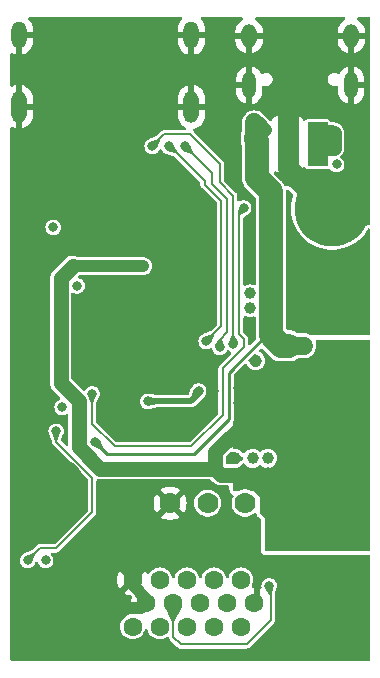
<source format=gbr>
%TF.GenerationSoftware,KiCad,Pcbnew,7.0.9-7.0.9~ubuntu22.04.1*%
%TF.CreationDate,2023-12-18T16:27:13+02:00*%
%TF.ProjectId,VGA2HDMI_Rev_C,56474132-4844-44d4-995f-5265765f432e,C*%
%TF.SameCoordinates,PX5f5e100PY7270e00*%
%TF.FileFunction,Copper,L4,Bot*%
%TF.FilePolarity,Positive*%
%FSLAX46Y46*%
G04 Gerber Fmt 4.6, Leading zero omitted, Abs format (unit mm)*
G04 Created by KiCad (PCBNEW 7.0.9-7.0.9~ubuntu22.04.1) date 2023-12-18 16:27:13*
%MOMM*%
%LPD*%
G01*
G04 APERTURE LIST*
%TA.AperFunction,ComponentPad*%
%ADD10O,1.300000X2.300000*%
%TD*%
%TA.AperFunction,ComponentPad*%
%ADD11O,1.300000X2.700000*%
%TD*%
%TA.AperFunction,ComponentPad*%
%ADD12O,1.200000X2.200000*%
%TD*%
%TA.AperFunction,ComponentPad*%
%ADD13O,1.300000X2.000000*%
%TD*%
%TA.AperFunction,ComponentPad*%
%ADD14C,1.778000*%
%TD*%
%TA.AperFunction,ComponentPad*%
%ADD15C,1.200000*%
%TD*%
%TA.AperFunction,ComponentPad*%
%ADD16C,6.300000*%
%TD*%
%TA.AperFunction,ComponentPad*%
%ADD17C,1.000000*%
%TD*%
%TA.AperFunction,ComponentPad*%
%ADD18C,1.800000*%
%TD*%
%TA.AperFunction,ComponentPad*%
%ADD19C,1.600000*%
%TD*%
%TA.AperFunction,ComponentPad*%
%ADD20O,4.800000X2.800000*%
%TD*%
%TA.AperFunction,SMDPad,CuDef*%
%ADD21R,1.651000X3.683000*%
%TD*%
%TA.AperFunction,ViaPad*%
%ADD22C,1.000000*%
%TD*%
%TA.AperFunction,ViaPad*%
%ADD23C,0.800000*%
%TD*%
%TA.AperFunction,Conductor*%
%ADD24C,1.778000*%
%TD*%
%TA.AperFunction,Conductor*%
%ADD25C,2.032000*%
%TD*%
%TA.AperFunction,Conductor*%
%ADD26C,1.524000*%
%TD*%
%TA.AperFunction,Conductor*%
%ADD27C,1.016000*%
%TD*%
%TA.AperFunction,Conductor*%
%ADD28C,0.406400*%
%TD*%
%TA.AperFunction,Conductor*%
%ADD29C,0.508000*%
%TD*%
%TA.AperFunction,Conductor*%
%ADD30C,1.270000*%
%TD*%
%TA.AperFunction,Conductor*%
%ADD31C,0.254000*%
%TD*%
%TA.AperFunction,Conductor*%
%ADD32C,0.200000*%
%TD*%
G04 APERTURE END LIST*
D10*
X1000000Y53200000D03*
D11*
X1000000Y47150000D03*
D10*
X15600000Y53200000D03*
D11*
X15600000Y47150000D03*
D12*
X20480000Y48970000D03*
X29120000Y48970000D03*
D13*
X20480000Y53150000D03*
X29120000Y53150000D03*
D14*
X16967000Y13574000D03*
D15*
X1087000Y14500000D03*
X1849000Y16151000D03*
X1849000Y12722000D03*
X3500000Y16913000D03*
D16*
X3500000Y14500000D03*
D15*
X3500000Y12087000D03*
X5151000Y16151000D03*
X5151000Y12849000D03*
X5913000Y14500000D03*
D14*
X20142000Y13574000D03*
D17*
X8950000Y25400000D03*
X10950000Y25400000D03*
X8950000Y26500000D03*
X10950000Y26500000D03*
D18*
X9950000Y27500000D03*
D17*
X8950000Y28500000D03*
X10950000Y28500000D03*
X8950000Y29600000D03*
X10950000Y29600000D03*
D14*
X13792000Y13574000D03*
D19*
X19780000Y7090000D03*
X17490000Y7090000D03*
X15200000Y7090000D03*
X12910000Y7090000D03*
X10620000Y7090000D03*
X20925000Y5110000D03*
X18635000Y5110000D03*
X16345000Y5110000D03*
X14055000Y5110000D03*
X11765000Y5110000D03*
X19780000Y3130000D03*
X17490000Y3130000D03*
X15200000Y3130000D03*
X12910000Y3130000D03*
X10620000Y3130000D03*
D20*
X3005000Y5110000D03*
X27995000Y5110000D03*
D15*
X25087000Y38500000D03*
X25849000Y40151000D03*
X25849000Y36722000D03*
X27500000Y40913000D03*
D16*
X27500000Y38500000D03*
D15*
X27500000Y36087000D03*
X29151000Y40151000D03*
X29151000Y36849000D03*
X29913000Y38500000D03*
D21*
X26270000Y44000000D03*
X23730000Y44000000D03*
D22*
X15189000Y35164000D03*
X17094000Y35164000D03*
X5918000Y1255000D03*
D23*
X4267000Y47864000D03*
D22*
X5156000Y36180000D03*
D23*
X11506000Y36053000D03*
X7315000Y47864000D03*
X15824000Y29322000D03*
X20904000Y12050000D03*
X16332000Y8494000D03*
D22*
X15697000Y37958000D03*
D23*
X1015800Y31735000D03*
D22*
X13030000Y40879000D03*
X4521000Y34656000D03*
X4775000Y37958000D03*
D23*
X7950000Y36053000D03*
X5791000Y47864000D03*
D22*
X13373500Y23898500D03*
X1092000Y44054000D03*
D23*
X15062000Y41260000D03*
X17475000Y23099000D03*
X8839000Y47864000D03*
D22*
X23698000Y8113000D03*
D23*
X6680000Y8367000D03*
D22*
X14300000Y39355000D03*
X2743000Y44054000D03*
X1092000Y41260000D03*
X1600000Y1255000D03*
D23*
X3378000Y35545000D03*
D22*
X15189000Y33513000D03*
X14300000Y36942000D03*
X29032000Y1255000D03*
X13538000Y20686000D03*
D23*
X2260400Y26350200D03*
X24079000Y49642000D03*
X11379000Y47864000D03*
D22*
X20523000Y28433000D03*
X21031000Y25639000D03*
X1092000Y28052000D03*
X19253000Y17384000D03*
D23*
X2362000Y31735000D03*
X18364000Y14717000D03*
D22*
X19315500Y41260000D03*
D23*
X12903000Y11415000D03*
D22*
X17094000Y33513000D03*
D23*
X14173000Y8875000D03*
X7950000Y12050000D03*
D22*
X13665000Y31100000D03*
X20523000Y35545000D03*
X24460000Y1255000D03*
D23*
X18618000Y8494000D03*
X18491000Y11415000D03*
D22*
X3378000Y39355000D03*
X2743000Y41260000D03*
X17094000Y36942000D03*
D23*
X3886000Y20813000D03*
X1092000Y35545000D03*
D22*
X29413000Y23861000D03*
X27381000Y16114000D03*
D23*
X7950000Y33640000D03*
D22*
X27381000Y10018000D03*
X19634000Y23353000D03*
X27127000Y18273000D03*
X27127000Y21067000D03*
X29413000Y26147000D03*
X25095000Y21067000D03*
X25095000Y18273000D03*
X25603000Y10018000D03*
X22047000Y13955000D03*
X23825000Y13955000D03*
X29159000Y16114000D03*
X25603000Y11923000D03*
X26111000Y22464000D03*
X22047000Y16114000D03*
X14173000Y16495000D03*
X25603000Y13955000D03*
X29159000Y13955000D03*
D23*
X4709992Y26842636D03*
D22*
X19634000Y22083000D03*
D23*
X11506000Y33640000D03*
D22*
X29413000Y18273000D03*
X26111000Y19670000D03*
X27381000Y11923000D03*
X27127000Y23861000D03*
X27381000Y13955000D03*
X27127000Y26147000D03*
X23825000Y11923000D03*
X23825000Y10018000D03*
X23825000Y16114000D03*
X25603000Y16114000D03*
X25095000Y23861000D03*
D23*
X16205000Y23099000D03*
X11887000Y22210000D03*
X4648000Y21702000D03*
D22*
X20523000Y30084000D03*
X26111000Y32751000D03*
X25095000Y34148000D03*
X25095000Y31354000D03*
X22047000Y17384000D03*
X27127000Y31354000D03*
X20523000Y31354000D03*
D23*
X5918000Y31989000D03*
X3251000Y8748000D03*
D22*
X20777000Y17384000D03*
X25095000Y28560000D03*
X29413000Y28560000D03*
D23*
X27889000Y42276000D03*
D22*
X29413000Y34148000D03*
D23*
X3886000Y36942000D03*
D22*
X27127000Y28560000D03*
X27127000Y34148000D03*
X26111000Y29957000D03*
X27635000Y43673000D03*
X23825000Y26909000D03*
X27635000Y44943000D03*
X20904000Y44562000D03*
X20904000Y45832000D03*
D23*
X7442000Y18781000D03*
D22*
X25095000Y26909000D03*
X21920000Y45197000D03*
D23*
X12268000Y43800000D03*
X19151400Y27036000D03*
X13665000Y43800000D03*
X16840000Y27289500D03*
X17983000Y26782000D03*
X15062000Y43800000D03*
X4140141Y19670000D03*
X1727000Y8748000D03*
X20015000Y38593000D03*
X7188000Y22845000D03*
X22174000Y6589000D03*
D24*
X23730000Y41990000D02*
X25569000Y40151000D01*
D25*
X23730000Y50626000D02*
X23063000Y51293000D01*
D26*
X1346000Y23022800D02*
X1346000Y29959410D01*
D27*
X11765000Y5110000D02*
X11765000Y5504500D01*
D25*
X13792000Y36688000D02*
X13792000Y28941000D01*
D26*
X10617000Y9510000D02*
X10620000Y9510000D01*
D25*
X23730000Y47102000D02*
X23730000Y50626000D01*
D27*
X11252000Y20686000D02*
X13538000Y20686000D01*
D28*
X23730000Y47102000D02*
X28016000Y47102000D01*
D29*
X20925000Y5110000D02*
X21158000Y5343000D01*
D28*
X29794000Y45324000D02*
X29794000Y44181000D01*
D25*
X5156000Y44943000D02*
X1600000Y41387000D01*
D27*
X7950000Y12050000D02*
X8077000Y12050000D01*
X10363000Y21575000D02*
X11252000Y20686000D01*
X11765000Y5110000D02*
X11339000Y4684000D01*
D25*
X11125000Y42149000D02*
X11125000Y39355000D01*
D27*
X1346000Y31989000D02*
X1346000Y29959410D01*
D24*
X25569000Y40151000D02*
X25849000Y40151000D01*
D27*
X10950000Y25400000D02*
X10363000Y24813000D01*
D25*
X11125000Y39355000D02*
X13792000Y36688000D01*
D27*
X3202610Y35720390D02*
X3378000Y35545000D01*
D28*
X28016000Y47102000D02*
X29794000Y45324000D01*
D27*
X10998000Y9510000D02*
X10620000Y9510000D01*
D24*
X23730000Y44000000D02*
X23730000Y41990000D01*
D29*
X15729000Y53071000D02*
X15600000Y53200000D01*
D25*
X1600000Y41387000D02*
X1600000Y35720390D01*
D27*
X3378000Y35545000D02*
X3378000Y34021000D01*
X1600000Y35720390D02*
X3202610Y35720390D01*
X10363000Y24813000D02*
X10363000Y21575000D01*
X3378000Y34021000D02*
X1346000Y31989000D01*
X11765000Y5504500D02*
X10620000Y6649500D01*
D25*
X11379000Y47864000D02*
X8458000Y44943000D01*
D29*
X21158000Y5343000D02*
X21158000Y6970000D01*
D25*
X8458000Y44943000D02*
X5156000Y44943000D01*
D27*
X8077000Y12050000D02*
X10617000Y9510000D01*
X10620000Y6649500D02*
X10620000Y7090000D01*
D24*
X23730000Y44000000D02*
X23730000Y47102000D01*
D26*
X10620000Y9510000D02*
X10620000Y7090000D01*
D27*
X12903000Y11415000D02*
X10998000Y9510000D01*
X11339000Y4684000D02*
X9601000Y4684000D01*
D30*
X14173000Y16495000D02*
X17602000Y16495000D01*
X7875290Y16495000D02*
X14173000Y16495000D01*
X4521000Y32624000D02*
X4521000Y26909000D01*
D29*
X4709992Y26842636D02*
X4587364Y26842636D01*
D30*
X6045000Y18325290D02*
X7875290Y16495000D01*
D27*
X11506000Y33640000D02*
X7950000Y33640000D01*
D30*
X18110000Y15987000D02*
X19888000Y15987000D01*
X5537000Y33640000D02*
X4521000Y32624000D01*
D27*
X7950000Y33640000D02*
X5537000Y33640000D01*
D30*
X17602000Y17892000D02*
X19761000Y20051000D01*
X4521000Y23734000D02*
X6045000Y22210000D01*
X4521000Y26909000D02*
X4521000Y23734000D01*
D29*
X4587364Y26842636D02*
X4521000Y26909000D01*
D30*
X17602000Y16495000D02*
X18110000Y15987000D01*
X17602000Y16495000D02*
X17602000Y17892000D01*
X6045000Y22210000D02*
X6045000Y18325290D01*
D29*
X16332000Y22972000D02*
X15570000Y22210000D01*
X15570000Y22210000D02*
X11887000Y22210000D01*
D31*
X7442000Y18781000D02*
X8458000Y17765000D01*
X21920000Y27798000D02*
X22301000Y27798000D01*
D26*
X20904000Y45832000D02*
X20904000Y44562000D01*
D27*
X21158000Y44435000D02*
X21031000Y44435000D01*
D25*
X23190000Y26909000D02*
X22301000Y27798000D01*
D31*
X8458000Y17765000D02*
X15824000Y17765000D01*
D25*
X21158000Y44308000D02*
X21031000Y44435000D01*
D24*
X21031000Y44435000D02*
X20904000Y44562000D01*
D30*
X26270000Y44000000D02*
X26597000Y43673000D01*
X26597000Y43673000D02*
X27635000Y43673000D01*
X26270000Y44000000D02*
X27213000Y44943000D01*
D27*
X21285000Y45832000D02*
X20904000Y45832000D01*
D26*
X23825000Y26909000D02*
X25095000Y26909000D01*
D25*
X21158000Y41133000D02*
X21158000Y44308000D01*
D30*
X27213000Y44943000D02*
X27635000Y44943000D01*
D27*
X21920000Y45197000D02*
X21285000Y45832000D01*
X21920000Y45197000D02*
X21158000Y44435000D01*
D31*
X18745000Y20686000D02*
X18745000Y24623000D01*
X15824000Y17765000D02*
X18745000Y20686000D01*
D25*
X22301000Y27798000D02*
X22301000Y39990000D01*
X22301000Y39990000D02*
X21158000Y41133000D01*
D31*
X18745000Y24623000D02*
X21920000Y27798000D01*
D30*
X27635000Y43673000D02*
X27635000Y44943000D01*
D25*
X23825000Y26909000D02*
X23190000Y26909000D01*
D32*
X15506500Y44816000D02*
X13284000Y44816000D01*
X19126000Y27061400D02*
X19126000Y39609000D01*
X19126000Y39609000D02*
X17983000Y40752000D01*
X17983000Y40752000D02*
X17983000Y42339500D01*
X19151400Y27036000D02*
X19126000Y27061400D01*
X13284000Y44816000D02*
X12268000Y43800000D01*
X17983000Y42339500D02*
X15506500Y44816000D01*
X13792000Y43800000D02*
X13665000Y43800000D01*
X18110000Y28559500D02*
X18110000Y39164500D01*
X18110000Y39164500D02*
X16713000Y40561500D01*
X16713000Y40879000D02*
X13792000Y43800000D01*
X16713000Y40561500D02*
X16713000Y40879000D01*
X16840000Y27289500D02*
X18110000Y28559500D01*
X17983000Y26782000D02*
X17983000Y27417000D01*
X17983000Y27417000D02*
X18618000Y28052000D01*
X17348000Y40625000D02*
X17348000Y41514000D01*
X17348000Y41514000D02*
X15062000Y43800000D01*
X18618000Y28052000D02*
X18618000Y39355000D01*
X18618000Y39355000D02*
X17348000Y40625000D01*
X2743000Y9764000D02*
X1727000Y8748000D01*
X7188000Y15733000D02*
X7188000Y12812000D01*
X7188000Y12812000D02*
X4140000Y9764000D01*
X4140141Y18780859D02*
X7188000Y15733000D01*
X4140000Y9764000D02*
X2743000Y9764000D01*
X4140141Y19670000D02*
X4140141Y18780859D01*
X19634000Y27925000D02*
X20040400Y27518600D01*
X18237000Y25004000D02*
X18237000Y21067000D01*
X20040400Y27518600D02*
X20040400Y26807400D01*
X20015000Y38593000D02*
X19634000Y38212000D01*
X20040400Y26807400D02*
X18237000Y25004000D01*
X18237000Y21067000D02*
X15570000Y18400000D01*
X7188000Y20305000D02*
X7188000Y22845000D01*
X9093000Y18400000D02*
X7188000Y20305000D01*
X15570000Y18400000D02*
X9093000Y18400000D01*
X19634000Y38212000D02*
X19634000Y27925000D01*
X22174000Y6589000D02*
X22301000Y6462000D01*
X20269000Y1636000D02*
X14681000Y1636000D01*
X22301000Y3668000D02*
X20269000Y1636000D01*
X22301000Y6462000D02*
X22301000Y3668000D01*
X14681000Y1636000D02*
X14055000Y2262000D01*
X14055000Y2262000D02*
X14055000Y5110000D01*
%TA.AperFunction,Conductor*%
G36*
X14770858Y54725498D02*
G01*
X14817351Y54671842D01*
X14827455Y54601568D01*
X14797961Y54536988D01*
X14787622Y54526385D01*
X14740565Y54483488D01*
X14740563Y54483486D01*
X14611231Y54312221D01*
X14611227Y54312216D01*
X14515573Y54120116D01*
X14515570Y54120110D01*
X14456840Y53913693D01*
X14456840Y53913689D01*
X14442000Y53753541D01*
X14442000Y53454000D01*
X15200000Y53454000D01*
X15200000Y52946000D01*
X14442000Y52946000D01*
X14442000Y52646460D01*
X14456840Y52486312D01*
X14456840Y52486308D01*
X14515570Y52279891D01*
X14515573Y52279885D01*
X14611227Y52087785D01*
X14611231Y52087780D01*
X14740562Y51916517D01*
X14899159Y51771937D01*
X14899160Y51771936D01*
X15081612Y51658967D01*
X15081628Y51658959D01*
X15281733Y51581437D01*
X15281736Y51581436D01*
X15346000Y51569423D01*
X15346000Y52388314D01*
X15361955Y52372359D01*
X15474852Y52314835D01*
X15600000Y52295014D01*
X15725148Y52314835D01*
X15838045Y52372359D01*
X15854000Y52388314D01*
X15854000Y51569423D01*
X15918263Y51581436D01*
X15918266Y51581437D01*
X16118371Y51658959D01*
X16118387Y51658967D01*
X16300839Y51771936D01*
X16300840Y51771937D01*
X16459437Y51916517D01*
X16588768Y52087780D01*
X16588772Y52087785D01*
X16684426Y52279885D01*
X16684429Y52279891D01*
X16743159Y52486308D01*
X16743159Y52486312D01*
X16758000Y52646460D01*
X16758000Y52946000D01*
X16000000Y52946000D01*
X16000000Y53454000D01*
X16758000Y53454000D01*
X16758000Y53753541D01*
X16743159Y53913689D01*
X16743159Y53913693D01*
X16684429Y54120110D01*
X16684426Y54120116D01*
X16588772Y54312216D01*
X16588768Y54312221D01*
X16459436Y54483486D01*
X16459434Y54483488D01*
X16412378Y54526385D01*
X16375511Y54587059D01*
X16377300Y54658033D01*
X16417176Y54716773D01*
X16482479Y54744630D01*
X16497263Y54745500D01*
X19848994Y54745500D01*
X19917115Y54725498D01*
X19963608Y54671842D01*
X19973712Y54601568D01*
X19944218Y54536988D01*
X19915324Y54512372D01*
X19779156Y54428062D01*
X19620562Y54283484D01*
X19491231Y54112221D01*
X19491227Y54112216D01*
X19395573Y53920116D01*
X19395570Y53920110D01*
X19336840Y53713693D01*
X19336840Y53713689D01*
X19322000Y53553541D01*
X19322000Y53404000D01*
X20080000Y53404000D01*
X20080000Y52896000D01*
X19322000Y52896000D01*
X19322000Y52746460D01*
X19336840Y52586312D01*
X19336840Y52586308D01*
X19395570Y52379891D01*
X19395573Y52379885D01*
X19491227Y52187785D01*
X19491231Y52187780D01*
X19620562Y52016517D01*
X19779159Y51871937D01*
X19779160Y51871936D01*
X19961612Y51758967D01*
X19961628Y51758959D01*
X20161733Y51681437D01*
X20161736Y51681436D01*
X20226000Y51669423D01*
X20226000Y52538314D01*
X20241955Y52522359D01*
X20354852Y52464835D01*
X20480000Y52445014D01*
X20605148Y52464835D01*
X20718045Y52522359D01*
X20734000Y52538314D01*
X20734000Y51669423D01*
X20798263Y51681436D01*
X20798266Y51681437D01*
X20998371Y51758959D01*
X20998387Y51758967D01*
X21180839Y51871936D01*
X21180840Y51871937D01*
X21339437Y52016517D01*
X21468768Y52187780D01*
X21468772Y52187785D01*
X21564426Y52379885D01*
X21564429Y52379891D01*
X21623159Y52586308D01*
X21623159Y52586312D01*
X21638000Y52746460D01*
X21638000Y52896000D01*
X20880000Y52896000D01*
X20880000Y53404000D01*
X21638000Y53404000D01*
X21638000Y53553541D01*
X21623159Y53713689D01*
X21623159Y53713693D01*
X21564429Y53920110D01*
X21564426Y53920116D01*
X21468772Y54112216D01*
X21468768Y54112221D01*
X21339437Y54283484D01*
X21180843Y54428062D01*
X21044676Y54512372D01*
X20997288Y54565239D01*
X20986005Y54635334D01*
X21014409Y54700401D01*
X21073481Y54739783D01*
X21111006Y54745500D01*
X28488994Y54745500D01*
X28557115Y54725498D01*
X28603608Y54671842D01*
X28613712Y54601568D01*
X28584218Y54536988D01*
X28555324Y54512372D01*
X28419156Y54428062D01*
X28260562Y54283484D01*
X28131231Y54112221D01*
X28131227Y54112216D01*
X28035573Y53920116D01*
X28035570Y53920110D01*
X27976840Y53713693D01*
X27976840Y53713689D01*
X27962000Y53553541D01*
X27962000Y53404000D01*
X28720000Y53404000D01*
X28720000Y52896000D01*
X27962000Y52896000D01*
X27962000Y52746460D01*
X27976840Y52586312D01*
X27976840Y52586308D01*
X28035570Y52379891D01*
X28035573Y52379885D01*
X28131227Y52187785D01*
X28131231Y52187780D01*
X28260562Y52016517D01*
X28419159Y51871937D01*
X28419160Y51871936D01*
X28601612Y51758967D01*
X28601628Y51758959D01*
X28801733Y51681437D01*
X28801736Y51681436D01*
X28866000Y51669423D01*
X28866000Y52538314D01*
X28881955Y52522359D01*
X28994852Y52464835D01*
X29120000Y52445014D01*
X29245148Y52464835D01*
X29358045Y52522359D01*
X29374000Y52538314D01*
X29374000Y51669423D01*
X29438263Y51681436D01*
X29438266Y51681437D01*
X29638371Y51758959D01*
X29638387Y51758967D01*
X29820839Y51871936D01*
X29820840Y51871937D01*
X29979437Y52016517D01*
X30108768Y52187780D01*
X30108772Y52187785D01*
X30204426Y52379885D01*
X30204429Y52379891D01*
X30263159Y52586308D01*
X30263159Y52586312D01*
X30278000Y52746460D01*
X30278000Y52896000D01*
X29520000Y52896000D01*
X29520000Y53404000D01*
X30278000Y53404000D01*
X30278000Y53553541D01*
X30263159Y53713689D01*
X30263159Y53713693D01*
X30204429Y53920110D01*
X30204426Y53920116D01*
X30108772Y54112216D01*
X30108768Y54112221D01*
X29979437Y54283484D01*
X29820843Y54428062D01*
X29684676Y54512372D01*
X29637288Y54565239D01*
X29626005Y54635334D01*
X29654409Y54700401D01*
X29713481Y54739783D01*
X29751006Y54745500D01*
X30619500Y54745500D01*
X30687621Y54725498D01*
X30734114Y54671842D01*
X30745500Y54619500D01*
X30745500Y37295185D01*
X30725498Y37227064D01*
X30671842Y37180571D01*
X30624755Y37169295D01*
X30557252Y37166478D01*
X30557248Y37166477D01*
X30488080Y37150536D01*
X30488070Y37150533D01*
X30488067Y37150532D01*
X30456370Y37139771D01*
X30428934Y37130455D01*
X30335662Y37064862D01*
X30335656Y37064857D01*
X30286083Y37014051D01*
X30234024Y36942692D01*
X30200372Y36879220D01*
X30196853Y36873371D01*
X30009306Y36596759D01*
X30005175Y36591325D01*
X29788817Y36336610D01*
X29784122Y36331654D01*
X29541508Y36101836D01*
X29536305Y36097417D01*
X29270246Y35895165D01*
X29264596Y35891334D01*
X28978236Y35719036D01*
X28972205Y35715839D01*
X28668894Y35575512D01*
X28662552Y35572986D01*
X28345848Y35466276D01*
X28339271Y35464450D01*
X28012889Y35392608D01*
X28006153Y35391504D01*
X27673920Y35355370D01*
X27667103Y35355000D01*
X27332904Y35355000D01*
X27326087Y35355370D01*
X26993846Y35391503D01*
X26987109Y35392607D01*
X26660727Y35464450D01*
X26654150Y35466276D01*
X26337446Y35572986D01*
X26331104Y35575512D01*
X26027793Y35715839D01*
X26021762Y35719036D01*
X25735402Y35891334D01*
X25729752Y35895165D01*
X25463693Y36097417D01*
X25458498Y36101829D01*
X25215875Y36331655D01*
X25211180Y36336611D01*
X25157845Y36399401D01*
X24994818Y36591331D01*
X24990687Y36596765D01*
X24863589Y36784221D01*
X24803144Y36873371D01*
X24799626Y36879218D01*
X24766341Y36942000D01*
X24643084Y37174490D01*
X24640223Y37180671D01*
X24516512Y37491164D01*
X24514338Y37497614D01*
X24424927Y37819642D01*
X24423464Y37826288D01*
X24369397Y38156089D01*
X24368659Y38162875D01*
X24353892Y38435218D01*
X24350564Y38496605D01*
X24350564Y38503392D01*
X24368659Y38837129D01*
X24369397Y38843914D01*
X24378492Y38899393D01*
X24423462Y39173706D01*
X24424924Y39180348D01*
X24519755Y39521892D01*
X24519753Y39521893D01*
X24527012Y39548034D01*
X24526354Y39550859D01*
X24529184Y39571206D01*
X24533716Y39591490D01*
X24538781Y39662305D01*
X24536945Y39724733D01*
X24501614Y39833157D01*
X24467588Y39895469D01*
X24414661Y39966169D01*
X24414658Y39966172D01*
X24414653Y39966178D01*
X24052893Y40327937D01*
X24042256Y40337841D01*
X23959720Y40392991D01*
X23895140Y40422485D01*
X23895139Y40422486D01*
X23895131Y40422489D01*
X23836011Y40442582D01*
X23836004Y40442583D01*
X23727067Y40447161D01*
X23722071Y40447370D01*
X23722070Y40447370D01*
X23722058Y40447369D01*
X23651794Y40437266D01*
X23651792Y40437266D01*
X23611886Y40427347D01*
X23540952Y40430328D01*
X23482890Y40471186D01*
X23467972Y40494960D01*
X23451866Y40528405D01*
X23410473Y40619534D01*
X23410472Y40619537D01*
X23407940Y40623191D01*
X23397992Y40640274D01*
X23396067Y40644272D01*
X23337255Y40725220D01*
X23280235Y40807524D01*
X23277093Y40810666D01*
X23264248Y40825706D01*
X23261647Y40829286D01*
X23261646Y40829287D01*
X23261644Y40829290D01*
X23189322Y40898437D01*
X22623403Y41464356D01*
X22589380Y41526666D01*
X22594444Y41597481D01*
X22636991Y41654317D01*
X22703511Y41679128D01*
X22756533Y41671504D01*
X22795404Y41657006D01*
X22795403Y41657006D01*
X22855902Y41650501D01*
X22855915Y41650500D01*
X23476000Y41650500D01*
X23476000Y46349500D01*
X23984000Y46349500D01*
X23984000Y41650500D01*
X24604085Y41650500D01*
X24604097Y41650501D01*
X24664593Y41657006D01*
X24801464Y41708056D01*
X24801465Y41708056D01*
X24918404Y41795596D01*
X25005944Y41912535D01*
X25026237Y41966943D01*
X25068783Y42023779D01*
X25135303Y42048590D01*
X25204678Y42033499D01*
X25249056Y41992915D01*
X25261016Y41975016D01*
X25261017Y41975015D01*
X25345197Y41918767D01*
X25345199Y41918766D01*
X25419433Y41904000D01*
X27120566Y41904001D01*
X27120569Y41904002D01*
X27120573Y41904002D01*
X27141486Y41908162D01*
X27194801Y41918766D01*
X27194804Y41918769D01*
X27206267Y41923515D01*
X27207163Y41921352D01*
X27258929Y41937564D01*
X27327397Y41918785D01*
X27364880Y41883161D01*
X27395499Y41838802D01*
X27395501Y41838800D01*
X27395502Y41838799D01*
X27514471Y41733401D01*
X27514472Y41733401D01*
X27514474Y41733399D01*
X27562762Y41708056D01*
X27655207Y41659537D01*
X27809529Y41621500D01*
X27809530Y41621500D01*
X27968470Y41621500D01*
X27968471Y41621500D01*
X28122793Y41659537D01*
X28263529Y41733401D01*
X28382498Y41838799D01*
X28472787Y41969605D01*
X28529149Y42118218D01*
X28529149Y42118219D01*
X28529150Y42118221D01*
X28548307Y42275997D01*
X28548307Y42276004D01*
X28529150Y42433780D01*
X28503359Y42501783D01*
X28472787Y42582395D01*
X28382498Y42713201D01*
X28263529Y42818599D01*
X28263525Y42818601D01*
X28257636Y42822666D01*
X28212937Y42877825D01*
X28205154Y42948394D01*
X28235571Y43010666D01*
X28262638Y43040728D01*
X28267272Y43045362D01*
X28299669Y43074530D01*
X28325286Y43109792D01*
X28329422Y43114899D01*
X28358585Y43147285D01*
X28380387Y43185050D01*
X28383948Y43190532D01*
X28409573Y43225800D01*
X28427296Y43265610D01*
X28430282Y43271470D01*
X28452075Y43309215D01*
X28465541Y43350665D01*
X28467896Y43356800D01*
X28485625Y43396615D01*
X28494685Y43439246D01*
X28496386Y43445596D01*
X28509855Y43487044D01*
X28510545Y43493605D01*
X28511458Y43502299D01*
X28514410Y43530389D01*
X28515438Y43536882D01*
X28524500Y43579510D01*
X28524500Y43766490D01*
X28524500Y44989620D01*
X28524500Y45036490D01*
X28515438Y45079119D01*
X28514409Y45085623D01*
X28512871Y45100257D01*
X28509855Y45128956D01*
X28496387Y45170403D01*
X28494681Y45176774D01*
X28485625Y45219385D01*
X28467900Y45259193D01*
X28465536Y45265353D01*
X28452075Y45306785D01*
X28438720Y45329916D01*
X28430286Y45344524D01*
X28427300Y45350384D01*
X28409573Y45390200D01*
X28383960Y45425453D01*
X28380377Y45430970D01*
X28358585Y45468715D01*
X28329424Y45501101D01*
X28325276Y45506225D01*
X28313860Y45521937D01*
X28299669Y45541470D01*
X28267283Y45570630D01*
X28262628Y45575285D01*
X28233470Y45607669D01*
X28198220Y45633280D01*
X28193099Y45637426D01*
X28160715Y45666585D01*
X28160716Y45666585D01*
X28160711Y45666589D01*
X28122979Y45688373D01*
X28117446Y45691966D01*
X28082199Y45717574D01*
X28042399Y45735294D01*
X28036519Y45738290D01*
X27998784Y45760076D01*
X27974389Y45768002D01*
X27957342Y45773541D01*
X27951200Y45775898D01*
X27911385Y45793625D01*
X27911381Y45793627D01*
X27868758Y45802687D01*
X27862386Y45804394D01*
X27820963Y45817854D01*
X27820956Y45817855D01*
X27777622Y45822410D01*
X27771107Y45823442D01*
X27728491Y45832500D01*
X27728490Y45832500D01*
X27681620Y45832500D01*
X27658719Y45832500D01*
X27635132Y45834728D01*
X27631487Y45835423D01*
X27621119Y45837399D01*
X27460478Y45836107D01*
X27392198Y45855561D01*
X27345276Y45908841D01*
X27335886Y45937523D01*
X27335234Y45940801D01*
X27313077Y45973961D01*
X27278984Y46024984D01*
X27278983Y46024985D01*
X27194802Y46081234D01*
X27120567Y46096000D01*
X25419436Y46096000D01*
X25419426Y46095999D01*
X25345199Y46081235D01*
X25261014Y46024983D01*
X25249056Y46007087D01*
X25194578Y45961560D01*
X25124135Y45952714D01*
X25060092Y45983357D01*
X25026238Y46033058D01*
X25005946Y46087462D01*
X25005944Y46087466D01*
X24918404Y46204405D01*
X24801465Y46291945D01*
X24664593Y46342995D01*
X24604097Y46349500D01*
X23984000Y46349500D01*
X23476000Y46349500D01*
X22855902Y46349500D01*
X22795406Y46342995D01*
X22658535Y46291945D01*
X22658534Y46291945D01*
X22541595Y46204405D01*
X22454055Y46087466D01*
X22454053Y46087461D01*
X22428527Y46019023D01*
X22385980Y45962187D01*
X22319460Y45937377D01*
X22250086Y45952469D01*
X22221377Y45973961D01*
X21869942Y46325396D01*
X21857970Y46339248D01*
X21843398Y46358822D01*
X21843396Y46358824D01*
X21802730Y46392948D01*
X21798676Y46396662D01*
X21792771Y46402568D01*
X21766619Y46423247D01*
X21706855Y46473395D01*
X21700728Y46477424D01*
X21700761Y46477475D01*
X21686744Y46486405D01*
X21683694Y46488816D01*
X21664434Y46507726D01*
X21626252Y46554252D01*
X21471469Y46681278D01*
X21471467Y46681279D01*
X21471466Y46681280D01*
X21294883Y46775666D01*
X21294877Y46775668D01*
X21103262Y46833794D01*
X20904003Y46853418D01*
X20903997Y46853418D01*
X20704738Y46833794D01*
X20704736Y46833794D01*
X20513122Y46775668D01*
X20513116Y46775666D01*
X20336533Y46681280D01*
X20181748Y46554252D01*
X20054720Y46399467D01*
X19960334Y46222884D01*
X19960332Y46222878D01*
X19902206Y46031264D01*
X19902206Y46031261D01*
X19887500Y45881943D01*
X19887500Y45117428D01*
X19876764Y45066534D01*
X19815133Y44926953D01*
X19815130Y44926945D01*
X19766614Y44720661D01*
X19756827Y44508966D01*
X19756827Y44508952D01*
X19756829Y44508942D01*
X19756829Y44508916D01*
X19757096Y44503149D01*
X19756905Y44503141D01*
X19757243Y44477454D01*
X19755686Y44463622D01*
X19771071Y44235447D01*
X19815297Y44059931D01*
X19826949Y44013689D01*
X19826952Y44013680D01*
X19876220Y43905214D01*
X19887500Y43853106D01*
X19887500Y41207891D01*
X19887104Y41200833D01*
X19882686Y41161623D01*
X19887357Y41092337D01*
X19887500Y41088098D01*
X19887500Y41075950D01*
X19891338Y41033298D01*
X19898071Y40933446D01*
X19898072Y40933440D01*
X19899157Y40929133D01*
X19902465Y40909666D01*
X19902864Y40905231D01*
X19902866Y40905223D01*
X19929501Y40808712D01*
X19953950Y40711685D01*
X19953951Y40711683D01*
X19955787Y40707640D01*
X19962518Y40689076D01*
X19963704Y40684779D01*
X19963705Y40684777D01*
X19963706Y40684774D01*
X20007141Y40594580D01*
X20025334Y40554526D01*
X20048524Y40503470D01*
X20048528Y40503463D01*
X20051058Y40499812D01*
X20061003Y40482735D01*
X20062930Y40478733D01*
X20062935Y40478725D01*
X20121751Y40397772D01*
X20178762Y40315480D01*
X20178774Y40315466D01*
X20181905Y40312335D01*
X20194741Y40297308D01*
X20197353Y40293713D01*
X20197357Y40293709D01*
X20269677Y40224564D01*
X20993595Y39500647D01*
X21027620Y39438334D01*
X21030500Y39411551D01*
X21030500Y32152860D01*
X21010498Y32084739D01*
X20956842Y32038246D01*
X20886568Y32028142D01*
X20859356Y32036432D01*
X20859116Y32035745D01*
X20829262Y32046192D01*
X20691954Y32094237D01*
X20523000Y32113274D01*
X20354046Y32094237D01*
X20354043Y32094237D01*
X20354043Y32094236D01*
X20193562Y32038082D01*
X20193557Y32038080D01*
X20181534Y32030525D01*
X20113213Y32011220D01*
X20045300Y32031917D01*
X19999358Y32086045D01*
X19988500Y32137213D01*
X19988500Y37734570D01*
X20008502Y37802691D01*
X20047484Y37841270D01*
X20297734Y37998448D01*
X20297741Y37998455D01*
X20301634Y38001339D01*
X20301752Y38001179D01*
X20321709Y38014807D01*
X20389529Y38050401D01*
X20508498Y38155799D01*
X20598787Y38286605D01*
X20655149Y38435218D01*
X20655149Y38435219D01*
X20655150Y38435221D01*
X20674307Y38592997D01*
X20674307Y38593004D01*
X20655150Y38750780D01*
X20619828Y38843914D01*
X20598787Y38899395D01*
X20508498Y39030201D01*
X20389529Y39135599D01*
X20389528Y39135600D01*
X20389525Y39135602D01*
X20248797Y39209461D01*
X20248795Y39209462D01*
X20248793Y39209463D01*
X20248791Y39209464D01*
X20248790Y39209464D01*
X20094472Y39247500D01*
X20094471Y39247500D01*
X19935529Y39247500D01*
X19935527Y39247500D01*
X19781209Y39209464D01*
X19781202Y39209461D01*
X19665055Y39148502D01*
X19595442Y39134555D01*
X19529339Y39160459D01*
X19487735Y39217988D01*
X19480500Y39260069D01*
X19480500Y39559166D01*
X19483182Y39585026D01*
X19485095Y39594147D01*
X19480983Y39627134D01*
X19480500Y39634924D01*
X19480500Y39638378D01*
X19476871Y39660123D01*
X19476599Y39662305D01*
X19470461Y39711551D01*
X19470459Y39711554D01*
X19468353Y39718629D01*
X19468344Y39718657D01*
X19468331Y39718698D01*
X19465929Y39725696D01*
X19465929Y39725698D01*
X19441260Y39771282D01*
X19418499Y39817840D01*
X19418496Y39817843D01*
X19414205Y39823853D01*
X19414181Y39823884D01*
X19414152Y39823924D01*
X19409620Y39829747D01*
X19409619Y39829749D01*
X19371490Y39864849D01*
X18883679Y40352660D01*
X18374405Y40861935D01*
X18340379Y40924247D01*
X18337500Y40951030D01*
X18337500Y42289666D01*
X18340182Y42315526D01*
X18342095Y42324647D01*
X18337983Y42357634D01*
X18337500Y42365424D01*
X18337500Y42368878D01*
X18333871Y42390623D01*
X18327461Y42442051D01*
X18327459Y42442054D01*
X18325353Y42449129D01*
X18325344Y42449157D01*
X18325331Y42449198D01*
X18322929Y42456196D01*
X18322929Y42456198D01*
X18298260Y42501782D01*
X18275499Y42548340D01*
X18275496Y42548343D01*
X18271205Y42554353D01*
X18271181Y42554384D01*
X18271152Y42554424D01*
X18266620Y42560247D01*
X18266619Y42560249D01*
X18228490Y42595349D01*
X15792409Y45031430D01*
X15776019Y45051613D01*
X15770921Y45059416D01*
X15768255Y45061491D01*
X15744680Y45079840D01*
X15738836Y45085003D01*
X15736397Y45087442D01*
X15736396Y45087443D01*
X15736389Y45087450D01*
X15735537Y45088171D01*
X15735284Y45088554D01*
X15732699Y45091140D01*
X15733231Y45091672D01*
X15696483Y45147461D01*
X15695684Y45218453D01*
X15733393Y45278607D01*
X15793820Y45308173D01*
X15918264Y45331436D01*
X16118371Y45408959D01*
X16118387Y45408967D01*
X16300839Y45521936D01*
X16300840Y45521937D01*
X16459437Y45666517D01*
X16588768Y45837780D01*
X16588772Y45837785D01*
X16684426Y46029885D01*
X16684429Y46029891D01*
X16743159Y46236308D01*
X16743159Y46236312D01*
X16758000Y46396460D01*
X16758000Y46896000D01*
X16000000Y46896000D01*
X16000000Y47404000D01*
X16758000Y47404000D01*
X16758000Y47903541D01*
X16743159Y48063689D01*
X16743159Y48063693D01*
X16684429Y48270110D01*
X16684426Y48270116D01*
X16611177Y48417221D01*
X19372000Y48417221D01*
X19372001Y48417200D01*
X19387072Y48259367D01*
X19387075Y48259352D01*
X19446689Y48056323D01*
X19543650Y47868246D01*
X19674455Y47701915D01*
X19674460Y47701909D01*
X19834374Y47563344D01*
X19834375Y47563343D01*
X20017622Y47457546D01*
X20017631Y47457542D01*
X20217584Y47388338D01*
X20217590Y47388336D01*
X20226000Y47387127D01*
X20226000Y48208314D01*
X20241955Y48192359D01*
X20354852Y48134835D01*
X20480000Y48115014D01*
X20605148Y48134835D01*
X20718045Y48192359D01*
X20734000Y48208314D01*
X20734000Y47391481D01*
X20844038Y47418176D01*
X20844045Y47418178D01*
X21036515Y47506078D01*
X21036519Y47506080D01*
X21208887Y47628822D01*
X21208888Y47628823D01*
X21354909Y47781965D01*
X21354910Y47781966D01*
X21469308Y47959976D01*
X21469311Y47959981D01*
X21547952Y48156415D01*
X21547953Y48156421D01*
X21587999Y48364195D01*
X21588000Y48364204D01*
X21588000Y48818211D01*
X21608002Y48886332D01*
X21661658Y48932825D01*
X21731932Y48942929D01*
X21747987Y48939540D01*
X21780019Y48930565D01*
X21833781Y48915501D01*
X21833783Y48915501D01*
X21833786Y48915500D01*
X21833788Y48915500D01*
X21947927Y48915500D01*
X21947937Y48915501D01*
X22057531Y48930565D01*
X22061009Y48931043D01*
X22200818Y48991770D01*
X22319058Y49087966D01*
X22406961Y49212496D01*
X22458006Y49356123D01*
X22463183Y49431806D01*
X27131592Y49431806D01*
X27162604Y49282562D01*
X27230355Y49151810D01*
X27232731Y49147225D01*
X27336772Y49035824D01*
X27467010Y48956625D01*
X27467012Y48956624D01*
X27601910Y48918828D01*
X27613786Y48915500D01*
X27613788Y48915500D01*
X27727927Y48915500D01*
X27727937Y48915501D01*
X27837531Y48930565D01*
X27841009Y48931043D01*
X27841017Y48931047D01*
X27849304Y48933368D01*
X27850089Y48930565D01*
X27906248Y48937575D01*
X27970269Y48906887D01*
X28007535Y48846457D01*
X28012000Y48813213D01*
X28012000Y48417221D01*
X28012001Y48417200D01*
X28027072Y48259367D01*
X28027075Y48259352D01*
X28086689Y48056323D01*
X28183650Y47868246D01*
X28314455Y47701915D01*
X28314460Y47701909D01*
X28474374Y47563344D01*
X28474375Y47563343D01*
X28657622Y47457546D01*
X28657631Y47457542D01*
X28857584Y47388338D01*
X28857590Y47388336D01*
X28866000Y47387127D01*
X28866000Y48208314D01*
X28881955Y48192359D01*
X28994852Y48134835D01*
X29120000Y48115014D01*
X29245148Y48134835D01*
X29358045Y48192359D01*
X29374000Y48208314D01*
X29374000Y47391481D01*
X29484038Y47418176D01*
X29484045Y47418178D01*
X29676515Y47506078D01*
X29676519Y47506080D01*
X29848887Y47628822D01*
X29848888Y47628823D01*
X29994909Y47781965D01*
X29994910Y47781966D01*
X30109308Y47959976D01*
X30109311Y47959981D01*
X30187952Y48156415D01*
X30187953Y48156421D01*
X30227999Y48364195D01*
X30228000Y48364204D01*
X30228000Y48716000D01*
X29520000Y48716000D01*
X29520000Y49224000D01*
X30228000Y49224000D01*
X30228000Y49522780D01*
X30227998Y49522801D01*
X30212927Y49680634D01*
X30212924Y49680649D01*
X30153310Y49883678D01*
X30056349Y50071755D01*
X29925544Y50238086D01*
X29925539Y50238092D01*
X29765625Y50376657D01*
X29765624Y50376658D01*
X29582377Y50482455D01*
X29582368Y50482459D01*
X29382413Y50551664D01*
X29382405Y50551666D01*
X29374000Y50552876D01*
X29374000Y49731686D01*
X29358045Y49747641D01*
X29245148Y49805165D01*
X29120000Y49824986D01*
X28994852Y49805165D01*
X28881955Y49747641D01*
X28866000Y49731686D01*
X28866000Y50548521D01*
X28755961Y50521825D01*
X28755952Y50521822D01*
X28563484Y50433923D01*
X28563480Y50433921D01*
X28391112Y50311179D01*
X28391111Y50311178D01*
X28245091Y50158037D01*
X28137516Y49990645D01*
X28083861Y49944152D01*
X28013587Y49934048D01*
X27966052Y49951108D01*
X27912988Y49983376D01*
X27912987Y49983377D01*
X27766220Y50024499D01*
X27766215Y50024500D01*
X27766214Y50024500D01*
X27652073Y50024500D01*
X27652062Y50024500D01*
X27538998Y50008959D01*
X27538990Y50008957D01*
X27399181Y49948230D01*
X27399178Y49948228D01*
X27280944Y49852036D01*
X27280938Y49852030D01*
X27193039Y49727506D01*
X27193037Y49727501D01*
X27141994Y49583879D01*
X27141993Y49583873D01*
X27131592Y49431806D01*
X22463183Y49431806D01*
X22468408Y49508196D01*
X22437396Y49657436D01*
X22437395Y49657438D01*
X22437395Y49657439D01*
X22401089Y49727506D01*
X22367269Y49792775D01*
X22263228Y49904176D01*
X22263227Y49904177D01*
X22132990Y49983375D01*
X22132987Y49983377D01*
X21986220Y50024499D01*
X21986215Y50024500D01*
X21986214Y50024500D01*
X21872073Y50024500D01*
X21872062Y50024500D01*
X21758998Y50008959D01*
X21758987Y50008956D01*
X21613645Y49945826D01*
X21543195Y49937033D01*
X21479175Y49967725D01*
X21451455Y50003659D01*
X21416350Y50071752D01*
X21416350Y50071754D01*
X21285544Y50238086D01*
X21285539Y50238092D01*
X21125625Y50376657D01*
X21125624Y50376658D01*
X20942377Y50482455D01*
X20942368Y50482459D01*
X20742413Y50551664D01*
X20742405Y50551666D01*
X20734000Y50552876D01*
X20734000Y49731686D01*
X20718045Y49747641D01*
X20605148Y49805165D01*
X20480000Y49824986D01*
X20354852Y49805165D01*
X20241955Y49747641D01*
X20226000Y49731686D01*
X20226000Y50548521D01*
X20115961Y50521825D01*
X20115952Y50521822D01*
X19923484Y50433923D01*
X19923480Y50433921D01*
X19751112Y50311179D01*
X19751111Y50311178D01*
X19605090Y50158036D01*
X19605089Y50158035D01*
X19490691Y49980025D01*
X19490688Y49980020D01*
X19412047Y49783586D01*
X19412046Y49783580D01*
X19372000Y49575806D01*
X19372000Y49224000D01*
X20080000Y49224000D01*
X20080000Y48716000D01*
X19372000Y48716000D01*
X19372000Y48417221D01*
X16611177Y48417221D01*
X16588772Y48462216D01*
X16588768Y48462221D01*
X16459437Y48633484D01*
X16300840Y48778064D01*
X16300839Y48778065D01*
X16118387Y48891034D01*
X16118371Y48891042D01*
X15918260Y48968566D01*
X15918258Y48968567D01*
X15854000Y48980580D01*
X15854000Y48161686D01*
X15838045Y48177641D01*
X15725148Y48235165D01*
X15600000Y48254986D01*
X15474852Y48235165D01*
X15361955Y48177641D01*
X15346000Y48161686D01*
X15346000Y48980580D01*
X15345999Y48980580D01*
X15281741Y48968567D01*
X15281739Y48968566D01*
X15081628Y48891042D01*
X15081612Y48891034D01*
X14899160Y48778065D01*
X14899159Y48778064D01*
X14740562Y48633484D01*
X14611231Y48462221D01*
X14611227Y48462216D01*
X14515573Y48270116D01*
X14515570Y48270110D01*
X14456840Y48063693D01*
X14456840Y48063689D01*
X14442000Y47903541D01*
X14442000Y47404000D01*
X15200000Y47404000D01*
X15200000Y46896000D01*
X14442000Y46896000D01*
X14442000Y46396460D01*
X14456840Y46236312D01*
X14456840Y46236308D01*
X14515570Y46029891D01*
X14515573Y46029885D01*
X14611227Y45837785D01*
X14611231Y45837780D01*
X14740562Y45666517D01*
X14899159Y45521937D01*
X14899160Y45521936D01*
X15086576Y45405893D01*
X15085863Y45404743D01*
X15133022Y45361024D01*
X15150726Y45292270D01*
X15128448Y45224859D01*
X15073262Y45180194D01*
X15024797Y45170500D01*
X13333834Y45170500D01*
X13307977Y45173182D01*
X13306137Y45173568D01*
X13298851Y45175096D01*
X13279173Y45172642D01*
X13265865Y45170984D01*
X13258077Y45170500D01*
X13254623Y45170500D01*
X13232877Y45166872D01*
X13223546Y45165709D01*
X13181448Y45160462D01*
X13174299Y45158334D01*
X13167308Y45155932D01*
X13167302Y45155930D01*
X13167302Y45155929D01*
X13151654Y45147461D01*
X13121718Y45131261D01*
X13075159Y45108500D01*
X13069108Y45104180D01*
X13063251Y45099621D01*
X13028151Y45061491D01*
X12646019Y44679360D01*
X12604899Y44651946D01*
X12026942Y44413962D01*
X12026928Y44413957D01*
X12026919Y44413951D01*
X12020284Y44409538D01*
X12014675Y44406214D01*
X11893469Y44342598D01*
X11774501Y44237200D01*
X11684215Y44106399D01*
X11684212Y44106393D01*
X11627849Y43957780D01*
X11608693Y43800004D01*
X11608693Y43799997D01*
X11627849Y43642221D01*
X11665424Y43543147D01*
X11684213Y43493605D01*
X11774502Y43362799D01*
X11893471Y43257401D01*
X11893472Y43257401D01*
X11893474Y43257399D01*
X11968200Y43218180D01*
X12034207Y43183537D01*
X12188529Y43145500D01*
X12188530Y43145500D01*
X12347470Y43145500D01*
X12347471Y43145500D01*
X12501793Y43183537D01*
X12642529Y43257401D01*
X12761498Y43362799D01*
X12851787Y43493605D01*
X12851788Y43493607D01*
X12854929Y43499592D01*
X12904294Y43550618D01*
X12973409Y43566854D01*
X13040330Y43543147D01*
X13078068Y43499599D01*
X13081211Y43493608D01*
X13081213Y43493605D01*
X13171502Y43362799D01*
X13281210Y43265606D01*
X13290469Y43257403D01*
X13290471Y43257401D01*
X13428377Y43185022D01*
X13431207Y43183537D01*
X13431208Y43183537D01*
X13431210Y43183536D01*
X13437653Y43181949D01*
X13447343Y43179561D01*
X13454746Y43177244D01*
X13456389Y43176618D01*
X13456396Y43176614D01*
X14053519Y43013677D01*
X14109445Y42981216D01*
X16321595Y40769066D01*
X16355621Y40706754D01*
X16358500Y40679971D01*
X16358500Y40611335D01*
X16355818Y40585478D01*
X16353904Y40576354D01*
X16355956Y40559894D01*
X16358016Y40543365D01*
X16358500Y40535578D01*
X16358500Y40532119D01*
X16358499Y40532119D01*
X16362128Y40510379D01*
X16368538Y40458952D01*
X16370652Y40451852D01*
X16370660Y40451829D01*
X16370666Y40451807D01*
X16373070Y40444804D01*
X16373071Y40444802D01*
X16380904Y40430328D01*
X16397739Y40399219D01*
X16420502Y40352658D01*
X16424767Y40346685D01*
X16424811Y40346628D01*
X16424855Y40346566D01*
X16429380Y40340752D01*
X16467508Y40305652D01*
X17718595Y39054566D01*
X17752620Y38992254D01*
X17755500Y38965471D01*
X17755500Y28758531D01*
X17735498Y28690410D01*
X17718595Y28669435D01*
X17218018Y28168859D01*
X17176898Y28141446D01*
X16598942Y27903462D01*
X16598928Y27903457D01*
X16598919Y27903451D01*
X16592284Y27899038D01*
X16586675Y27895714D01*
X16465469Y27832098D01*
X16346501Y27726700D01*
X16256215Y27595899D01*
X16256212Y27595893D01*
X16199849Y27447280D01*
X16180693Y27289504D01*
X16180693Y27289497D01*
X16199849Y27131721D01*
X16234216Y27041106D01*
X16256213Y26983105D01*
X16346502Y26852299D01*
X16465471Y26746901D01*
X16465472Y26746901D01*
X16465474Y26746899D01*
X16520474Y26718033D01*
X16606207Y26673037D01*
X16760529Y26635000D01*
X16760530Y26635000D01*
X16919470Y26635000D01*
X16919471Y26635000D01*
X17073793Y26673037D01*
X17159526Y26718034D01*
X17229137Y26731980D01*
X17295240Y26706077D01*
X17336845Y26648548D01*
X17340833Y26631572D01*
X17341026Y26631619D01*
X17342848Y26624224D01*
X17381085Y26523404D01*
X17399213Y26475605D01*
X17489502Y26344799D01*
X17608471Y26239401D01*
X17608472Y26239401D01*
X17608474Y26239399D01*
X17649148Y26218052D01*
X17749207Y26165537D01*
X17903529Y26127500D01*
X17903530Y26127500D01*
X18062470Y26127500D01*
X18062471Y26127500D01*
X18216793Y26165537D01*
X18357529Y26239401D01*
X18476498Y26344799D01*
X18566787Y26475605D01*
X18566787Y26475606D01*
X18571116Y26481877D01*
X18573014Y26480567D01*
X18614447Y26523404D01*
X18683560Y26539650D01*
X18750485Y26515952D01*
X18760219Y26508153D01*
X18776871Y26493401D01*
X18776872Y26493401D01*
X18776874Y26493399D01*
X18919173Y26418715D01*
X18970196Y26369347D01*
X18986428Y26300231D01*
X18962717Y26233311D01*
X18949713Y26218054D01*
X18481507Y25749847D01*
X18021569Y25289909D01*
X18001397Y25273527D01*
X17993586Y25268424D01*
X17993585Y25268423D01*
X17973172Y25242197D01*
X17968006Y25236347D01*
X17965561Y25233902D01*
X17952741Y25215949D01*
X17920912Y25175053D01*
X17917378Y25168524D01*
X17914115Y25161848D01*
X17899325Y25112170D01*
X17882500Y25063157D01*
X17881277Y25055830D01*
X17880357Y25048455D01*
X17882500Y24996676D01*
X17882500Y21266029D01*
X17862498Y21197908D01*
X17845595Y21176934D01*
X15460066Y18791405D01*
X15397754Y18757379D01*
X15370971Y18754500D01*
X9292029Y18754500D01*
X9223908Y18774502D01*
X9202934Y18791405D01*
X7579405Y20414934D01*
X7545379Y20477246D01*
X7542500Y20504029D01*
X7542500Y21955900D01*
X7552192Y22004361D01*
X7553873Y22008395D01*
X7637873Y22209997D01*
X11227693Y22209997D01*
X11246849Y22052221D01*
X11283380Y21955900D01*
X11303213Y21903605D01*
X11393502Y21772799D01*
X11512471Y21667401D01*
X11512472Y21667401D01*
X11512474Y21667399D01*
X11587200Y21628180D01*
X11653207Y21593537D01*
X11807529Y21555500D01*
X11807530Y21555500D01*
X11966470Y21555500D01*
X11966471Y21555500D01*
X12046177Y21575147D01*
X12049885Y21575942D01*
X12723990Y21698965D01*
X12723990Y21698966D01*
X12726664Y21699453D01*
X12749285Y21701500D01*
X15501784Y21701500D01*
X15528565Y21698622D01*
X15533351Y21697580D01*
X15533351Y21697581D01*
X15533352Y21697580D01*
X15585917Y21701339D01*
X15590413Y21701500D01*
X15606366Y21701500D01*
X15606368Y21701500D01*
X15622192Y21703776D01*
X15626615Y21704251D01*
X15679201Y21708011D01*
X15683794Y21709725D01*
X15709893Y21716386D01*
X15714734Y21717081D01*
X15762683Y21738980D01*
X15766800Y21740685D01*
X15816204Y21759111D01*
X15820117Y21762042D01*
X15843299Y21775796D01*
X15847743Y21777824D01*
X15887585Y21812350D01*
X15891055Y21815145D01*
X15903848Y21824720D01*
X15915141Y21836015D01*
X15918418Y21839066D01*
X15958250Y21873579D01*
X15960894Y21877695D01*
X15977795Y21898669D01*
X16150610Y22071484D01*
X16165081Y22083911D01*
X16179747Y22094687D01*
X16243137Y22164010D01*
X16717280Y22638152D01*
X16782889Y22725796D01*
X16833989Y22862800D01*
X16836989Y22904759D01*
X16843393Y22933808D01*
X16843326Y22933824D01*
X16843999Y22936558D01*
X16844858Y22940452D01*
X16845149Y22941218D01*
X16858177Y23048512D01*
X16864307Y23098997D01*
X16864307Y23099004D01*
X16845150Y23256780D01*
X16825186Y23309420D01*
X16788787Y23405395D01*
X16698498Y23536201D01*
X16579529Y23641599D01*
X16579528Y23641600D01*
X16579525Y23641602D01*
X16438797Y23715461D01*
X16438795Y23715462D01*
X16438793Y23715463D01*
X16438791Y23715464D01*
X16438790Y23715464D01*
X16284472Y23753500D01*
X16284471Y23753500D01*
X16125529Y23753500D01*
X16125527Y23753500D01*
X15971209Y23715464D01*
X15971202Y23715461D01*
X15830474Y23641602D01*
X15830469Y23641598D01*
X15711501Y23536200D01*
X15621215Y23405399D01*
X15621211Y23405390D01*
X15602483Y23356011D01*
X15593782Y23337678D01*
X15585726Y23323731D01*
X15585724Y23323725D01*
X15409206Y22803980D01*
X15368360Y22745911D01*
X15302603Y22719142D01*
X15289899Y22718500D01*
X12749292Y22718500D01*
X12726671Y22720547D01*
X12049906Y22844057D01*
X12046139Y22844864D01*
X11966472Y22864500D01*
X11966471Y22864500D01*
X11940912Y22864500D01*
X11932376Y22865081D01*
X11930155Y22865384D01*
X11930150Y22865385D01*
X11930139Y22865386D01*
X11922314Y22866101D01*
X11899341Y22867177D01*
X11899333Y22867177D01*
X11897723Y22866860D01*
X11873451Y22864500D01*
X11807527Y22864500D01*
X11653209Y22826464D01*
X11653202Y22826461D01*
X11512474Y22752602D01*
X11512469Y22752598D01*
X11393501Y22647200D01*
X11303215Y22516399D01*
X11303212Y22516393D01*
X11246849Y22367780D01*
X11227693Y22210004D01*
X11227693Y22209997D01*
X7637873Y22209997D01*
X7792592Y22581323D01*
X7795750Y22597022D01*
X7801464Y22616858D01*
X7809541Y22638153D01*
X7828149Y22687218D01*
X7828149Y22687219D01*
X7828150Y22687221D01*
X7828150Y22687222D01*
X7847307Y22844997D01*
X7847307Y22845004D01*
X7828150Y23002780D01*
X7802910Y23069331D01*
X7771787Y23151395D01*
X7681498Y23282201D01*
X7562529Y23387599D01*
X7562528Y23387600D01*
X7562525Y23387602D01*
X7421797Y23461461D01*
X7421795Y23461462D01*
X7421793Y23461463D01*
X7421791Y23461464D01*
X7421790Y23461464D01*
X7267472Y23499500D01*
X7267471Y23499500D01*
X7108529Y23499500D01*
X7108527Y23499500D01*
X6954209Y23461464D01*
X6954202Y23461461D01*
X6813474Y23387602D01*
X6813469Y23387598D01*
X6694501Y23282200D01*
X6604215Y23151399D01*
X6600671Y23144645D01*
X6597862Y23146120D01*
X6563668Y23101021D01*
X6496997Y23076620D01*
X6427717Y23092138D01*
X6399686Y23113257D01*
X5447405Y24065538D01*
X5413379Y24127850D01*
X5410500Y24154633D01*
X5410500Y31307761D01*
X5430502Y31375882D01*
X5484158Y31422375D01*
X5554432Y31432479D01*
X5595051Y31419330D01*
X5684207Y31372537D01*
X5838529Y31334500D01*
X5838530Y31334500D01*
X5997470Y31334500D01*
X5997471Y31334500D01*
X6151793Y31372537D01*
X6292529Y31446401D01*
X6411498Y31551799D01*
X6501787Y31682605D01*
X6558149Y31831218D01*
X6558149Y31831219D01*
X6558150Y31831221D01*
X6577307Y31988997D01*
X6577307Y31989004D01*
X6558150Y32146780D01*
X6544538Y32182669D01*
X6501787Y32295395D01*
X6411498Y32426201D01*
X6292529Y32531599D01*
X6292528Y32531600D01*
X6292525Y32531602D01*
X6151797Y32605461D01*
X6151795Y32605462D01*
X6151793Y32605463D01*
X6151791Y32605464D01*
X6151790Y32605464D01*
X6055647Y32629161D01*
X5994293Y32664885D01*
X5961991Y32728108D01*
X5968999Y32798758D01*
X6013090Y32854404D01*
X6080267Y32877378D01*
X6085801Y32877500D01*
X11550415Y32877500D01*
X11649884Y32889127D01*
X11683042Y32893002D01*
X11850539Y32953966D01*
X11901958Y32987785D01*
X11999457Y33051911D01*
X11999458Y33051913D01*
X11999462Y33051915D01*
X12121783Y33181567D01*
X12210906Y33335933D01*
X12262028Y33506692D01*
X12272392Y33684637D01*
X12241440Y33860176D01*
X12241438Y33860181D01*
X12241438Y33860182D01*
X12170843Y34023840D01*
X12170842Y34023841D01*
X12170841Y34023842D01*
X12170840Y34023845D01*
X12064398Y34166822D01*
X12064395Y34166825D01*
X12064394Y34166826D01*
X11997907Y34222614D01*
X11927853Y34281396D01*
X11927850Y34281398D01*
X11927848Y34281399D01*
X11768572Y34361392D01*
X11768566Y34361394D01*
X11595123Y34402500D01*
X11595121Y34402500D01*
X6033368Y34402500D01*
X5965247Y34422502D01*
X5964744Y34422827D01*
X5943047Y34436917D01*
X5768490Y34503924D01*
X5583805Y34533175D01*
X5397089Y34523390D01*
X5397079Y34523389D01*
X5216476Y34474995D01*
X5049877Y34390108D01*
X5049868Y34390103D01*
X4940998Y34301941D01*
X4940982Y34301927D01*
X3948544Y33309489D01*
X3933518Y33296654D01*
X3922529Y33288670D01*
X3876665Y33237733D01*
X3874398Y33235343D01*
X3859065Y33220009D01*
X3859057Y33220000D01*
X3845412Y33203152D01*
X3843274Y33200648D01*
X3797418Y33149719D01*
X3797410Y33149708D01*
X3790626Y33137958D01*
X3779431Y33121669D01*
X3770893Y33111126D01*
X3739773Y33050050D01*
X3738199Y33047152D01*
X3703925Y32987786D01*
X3703923Y32987783D01*
X3699731Y32974880D01*
X3692168Y32956619D01*
X3686007Y32944527D01*
X3668261Y32878304D01*
X3667325Y32875142D01*
X3646144Y32809958D01*
X3644726Y32796462D01*
X3641125Y32777032D01*
X3637610Y32763913D01*
X3634024Y32695466D01*
X3633765Y32692178D01*
X3631500Y32670629D01*
X3631500Y32648945D01*
X3631414Y32645673D01*
X3630093Y32620454D01*
X3627825Y32577193D01*
X3629949Y32563788D01*
X3631500Y32544076D01*
X3631500Y23813926D01*
X3629949Y23794216D01*
X3627825Y23780810D01*
X3629257Y23753500D01*
X3631414Y23712329D01*
X3631500Y23709056D01*
X3631500Y23687376D01*
X3633765Y23665825D01*
X3634024Y23662536D01*
X3637610Y23594092D01*
X3637611Y23594081D01*
X3641125Y23580967D01*
X3644726Y23561537D01*
X3646144Y23548043D01*
X3667328Y23482850D01*
X3668256Y23479716D01*
X3686006Y23413476D01*
X3692165Y23401387D01*
X3699729Y23383128D01*
X3703925Y23370215D01*
X3738209Y23310833D01*
X3739774Y23307950D01*
X3770891Y23246877D01*
X3779430Y23236333D01*
X3790629Y23220039D01*
X3797415Y23208285D01*
X3843285Y23157340D01*
X3845427Y23154832D01*
X3859063Y23137994D01*
X3859068Y23137988D01*
X3874377Y23122680D01*
X3876647Y23120288D01*
X3922530Y23069331D01*
X3933509Y23061354D01*
X3948545Y23048512D01*
X4468344Y22528713D01*
X4502370Y22466401D01*
X4497305Y22395586D01*
X4454758Y22338750D01*
X4420770Y22322660D01*
X4421337Y22321167D01*
X4414202Y22318461D01*
X4273474Y22244602D01*
X4273469Y22244598D01*
X4154501Y22139200D01*
X4064215Y22008399D01*
X4064212Y22008393D01*
X4007849Y21859780D01*
X3988693Y21702004D01*
X3988693Y21701997D01*
X4007849Y21544221D01*
X4056447Y21416081D01*
X4064213Y21395605D01*
X4154502Y21264799D01*
X4273471Y21159401D01*
X4273472Y21159401D01*
X4273474Y21159399D01*
X4298480Y21146275D01*
X4414207Y21085537D01*
X4568529Y21047500D01*
X4568530Y21047500D01*
X4727470Y21047500D01*
X4727471Y21047500D01*
X4881793Y21085537D01*
X4970946Y21132329D01*
X5040557Y21146275D01*
X5106660Y21120372D01*
X5148265Y21062843D01*
X5155500Y21020761D01*
X5155500Y18571029D01*
X5135498Y18502908D01*
X5081842Y18456415D01*
X5011568Y18446311D01*
X4946988Y18475805D01*
X4940405Y18481934D01*
X4590071Y18832268D01*
X4556045Y18894580D01*
X4561110Y18965395D01*
X4562831Y18969759D01*
X4744733Y19406323D01*
X4747516Y19420159D01*
X4747891Y19422022D01*
X4753605Y19441858D01*
X4780291Y19512221D01*
X4780291Y19512222D01*
X4799448Y19669997D01*
X4799448Y19670004D01*
X4780291Y19827780D01*
X4761363Y19877689D01*
X4723928Y19976395D01*
X4633639Y20107201D01*
X4514670Y20212599D01*
X4514669Y20212600D01*
X4514666Y20212602D01*
X4373938Y20286461D01*
X4373936Y20286462D01*
X4373934Y20286463D01*
X4373932Y20286464D01*
X4373931Y20286464D01*
X4219613Y20324500D01*
X4219612Y20324500D01*
X4060670Y20324500D01*
X4060668Y20324500D01*
X3906350Y20286464D01*
X3906343Y20286461D01*
X3765615Y20212602D01*
X3765610Y20212598D01*
X3646642Y20107200D01*
X3556356Y19976399D01*
X3556353Y19976393D01*
X3499990Y19827780D01*
X3480834Y19670004D01*
X3480834Y19669997D01*
X3499991Y19512221D01*
X3526677Y19441854D01*
X3532391Y19422020D01*
X3535548Y19406324D01*
X3771113Y18840966D01*
X3777401Y18805780D01*
X3779754Y18806073D01*
X3781046Y18795712D01*
X3785157Y18762725D01*
X3785641Y18754936D01*
X3785641Y18751478D01*
X3785640Y18751478D01*
X3789269Y18729738D01*
X3795679Y18678311D01*
X3797793Y18671211D01*
X3797801Y18671188D01*
X3797807Y18671166D01*
X3800211Y18664163D01*
X3800212Y18664161D01*
X3824880Y18618578D01*
X3847643Y18572017D01*
X3851908Y18566044D01*
X3851952Y18565987D01*
X3851996Y18565925D01*
X3856521Y18560111D01*
X3894649Y18525011D01*
X6796595Y15623067D01*
X6830620Y15560755D01*
X6833500Y15533972D01*
X6833500Y13011029D01*
X6813498Y12942908D01*
X6796595Y12921934D01*
X4030066Y10155405D01*
X3967754Y10121379D01*
X3940971Y10118500D01*
X2792834Y10118500D01*
X2766977Y10121182D01*
X2765137Y10121568D01*
X2757851Y10123096D01*
X2737283Y10120532D01*
X2724865Y10118984D01*
X2717077Y10118500D01*
X2713623Y10118500D01*
X2691877Y10114872D01*
X2682546Y10113709D01*
X2640448Y10108462D01*
X2633299Y10106334D01*
X2626308Y10103932D01*
X2580718Y10079261D01*
X2534159Y10056500D01*
X2528108Y10052180D01*
X2522251Y10047621D01*
X2487151Y10009491D01*
X2105019Y9627360D01*
X2063899Y9599946D01*
X1485942Y9361962D01*
X1485928Y9361957D01*
X1485919Y9361951D01*
X1479284Y9357538D01*
X1473675Y9354214D01*
X1352469Y9290598D01*
X1233501Y9185200D01*
X1143215Y9054399D01*
X1143212Y9054393D01*
X1086849Y8905780D01*
X1067693Y8748004D01*
X1067693Y8747997D01*
X1086849Y8590221D01*
X1118435Y8506939D01*
X1143213Y8441605D01*
X1233502Y8310799D01*
X1352471Y8205401D01*
X1352472Y8205401D01*
X1352474Y8205399D01*
X1406390Y8177102D01*
X1493207Y8131537D01*
X1647529Y8093500D01*
X1647530Y8093500D01*
X1806470Y8093500D01*
X1806471Y8093500D01*
X1960793Y8131537D01*
X2101529Y8205401D01*
X2220498Y8310799D01*
X2310787Y8441605D01*
X2323372Y8474792D01*
X2336275Y8499899D01*
X2340959Y8506939D01*
X2376567Y8593418D01*
X2420997Y8648788D01*
X2488314Y8671350D01*
X2557141Y8653936D01*
X2605629Y8602076D01*
X2610887Y8590121D01*
X2642435Y8506939D01*
X2667213Y8441605D01*
X2757502Y8310799D01*
X2876471Y8205401D01*
X2876472Y8205401D01*
X2876474Y8205399D01*
X2930390Y8177102D01*
X3017207Y8131537D01*
X3171529Y8093500D01*
X3171530Y8093500D01*
X3330470Y8093500D01*
X3330471Y8093500D01*
X3484793Y8131537D01*
X3625529Y8205401D01*
X3744498Y8310799D01*
X3834787Y8441605D01*
X3891149Y8590218D01*
X3891149Y8590219D01*
X3891150Y8590221D01*
X3910307Y8747997D01*
X3910307Y8748004D01*
X3891150Y8905780D01*
X3877538Y8941669D01*
X3834787Y9054395D01*
X3744498Y9185201D01*
X3739996Y9189190D01*
X3702272Y9249333D01*
X3703052Y9320325D01*
X3742090Y9379626D01*
X3806991Y9408407D01*
X3823551Y9409500D01*
X4090166Y9409500D01*
X4116022Y9406819D01*
X4125147Y9404905D01*
X4158134Y9409017D01*
X4165923Y9409500D01*
X4169376Y9409500D01*
X4169377Y9409500D01*
X4191122Y9413129D01*
X4242551Y9419539D01*
X4242555Y9419542D01*
X4249584Y9421635D01*
X4249671Y9421664D01*
X4249780Y9421697D01*
X4256694Y9424071D01*
X4256698Y9424071D01*
X4302281Y9448740D01*
X4348840Y9471501D01*
X4348845Y9471507D01*
X4354845Y9475791D01*
X4354872Y9475811D01*
X4354913Y9475841D01*
X4360741Y9480378D01*
X4360749Y9480381D01*
X4395848Y9518510D01*
X7403431Y12526094D01*
X7423608Y12542479D01*
X7431416Y12547579D01*
X7451842Y12573824D01*
X7457001Y12579663D01*
X7459442Y12582103D01*
X7472256Y12600051D01*
X7504085Y12640944D01*
X7504085Y12640947D01*
X7507592Y12647428D01*
X7507629Y12647503D01*
X7507661Y12647563D01*
X7510879Y12654146D01*
X7510884Y12654152D01*
X7525674Y12703832D01*
X7542500Y12752844D01*
X7542500Y12752849D01*
X7543725Y12760192D01*
X7544642Y12767547D01*
X7542500Y12819325D01*
X7542500Y13574000D01*
X12390212Y13574000D01*
X12409332Y13343266D01*
X12466163Y13118844D01*
X12466166Y13118837D01*
X12559162Y12906827D01*
X12640743Y12781958D01*
X13307638Y13448851D01*
X13332507Y13364156D01*
X13410239Y13243202D01*
X13518900Y13149048D01*
X13649685Y13089320D01*
X13664411Y13087203D01*
X12998519Y12421311D01*
X13025294Y12400471D01*
X13025297Y12400470D01*
X13228908Y12290280D01*
X13228911Y12290279D01*
X13447876Y12215108D01*
X13447885Y12215106D01*
X13676245Y12177000D01*
X13907755Y12177000D01*
X14136114Y12215106D01*
X14136123Y12215108D01*
X14355088Y12290279D01*
X14355091Y12290280D01*
X14558701Y12400469D01*
X14558706Y12400472D01*
X14585478Y12421311D01*
X13919587Y13087203D01*
X13934315Y13089320D01*
X14065100Y13149048D01*
X14173761Y13243202D01*
X14251493Y13364156D01*
X14276361Y13448850D01*
X14943254Y12781957D01*
X14943255Y12781957D01*
X15024837Y12906827D01*
X15117833Y13118837D01*
X15117836Y13118844D01*
X15174667Y13343266D01*
X15193787Y13573996D01*
X15818601Y13573996D01*
X15838154Y13362984D01*
X15843764Y13343266D01*
X15896150Y13159150D01*
X15990611Y12969446D01*
X16010652Y12942908D01*
X16118324Y12800327D01*
X16274933Y12657559D01*
X16455108Y12545999D01*
X16455110Y12545999D01*
X16455115Y12545995D01*
X16652726Y12469440D01*
X16861039Y12430500D01*
X16861041Y12430500D01*
X17072959Y12430500D01*
X17072961Y12430500D01*
X17281274Y12469440D01*
X17478885Y12545995D01*
X17659065Y12657558D01*
X17762711Y12752044D01*
X17815675Y12800327D01*
X17830022Y12819325D01*
X17943389Y12969446D01*
X18037850Y13159150D01*
X18095845Y13362982D01*
X18102363Y13433322D01*
X18115399Y13573996D01*
X18115399Y13574005D01*
X18095845Y13785017D01*
X18061764Y13904798D01*
X18037850Y13988850D01*
X17943389Y14178554D01*
X17815677Y14347671D01*
X17815675Y14347674D01*
X17659066Y14490442D01*
X17478891Y14602002D01*
X17478886Y14602004D01*
X17478885Y14602005D01*
X17281277Y14678559D01*
X17281278Y14678559D01*
X17281275Y14678560D01*
X17281274Y14678560D01*
X17072961Y14717500D01*
X16861039Y14717500D01*
X16652726Y14678560D01*
X16652721Y14678559D01*
X16455119Y14602007D01*
X16455108Y14602002D01*
X16274933Y14490442D01*
X16118324Y14347674D01*
X15990612Y14178556D01*
X15896150Y13988850D01*
X15896147Y13988842D01*
X15838154Y13785017D01*
X15818601Y13574005D01*
X15818601Y13573996D01*
X15193787Y13573996D01*
X15193787Y13574000D01*
X15174667Y13804735D01*
X15117836Y14029157D01*
X15117833Y14029164D01*
X15024837Y14241174D01*
X14943254Y14366045D01*
X14943253Y14366045D01*
X14276360Y13699152D01*
X14251493Y13783844D01*
X14173761Y13904798D01*
X14065100Y13998952D01*
X13934315Y14058680D01*
X13919586Y14060798D01*
X14585478Y14726691D01*
X14585478Y14726692D01*
X14558713Y14747525D01*
X14558704Y14747531D01*
X14355091Y14857721D01*
X14355088Y14857722D01*
X14136123Y14932893D01*
X14136114Y14932895D01*
X13907755Y14971000D01*
X13676245Y14971000D01*
X13447885Y14932895D01*
X13447876Y14932893D01*
X13228911Y14857722D01*
X13228908Y14857720D01*
X13025296Y14747532D01*
X13025289Y14747527D01*
X12998520Y14726692D01*
X12998519Y14726691D01*
X13664412Y14060798D01*
X13649685Y14058680D01*
X13518900Y13998952D01*
X13410239Y13904798D01*
X13332507Y13783844D01*
X13307639Y13699151D01*
X12640745Y14366045D01*
X12640744Y14366045D01*
X12559166Y14241180D01*
X12559159Y14241168D01*
X12466166Y14029164D01*
X12466163Y14029157D01*
X12409332Y13804735D01*
X12390212Y13574000D01*
X7542500Y13574000D01*
X7542500Y15495759D01*
X7562502Y15563880D01*
X7616158Y15610373D01*
X7682668Y15619936D01*
X7682763Y15620835D01*
X7686321Y15620462D01*
X7686432Y15620477D01*
X7686807Y15620411D01*
X7689332Y15620146D01*
X7689334Y15620145D01*
X7702820Y15618728D01*
X7722259Y15615126D01*
X7735375Y15611611D01*
X7735381Y15611611D01*
X7735384Y15611610D01*
X7774463Y15609564D01*
X7803844Y15608024D01*
X7807105Y15607768D01*
X7828670Y15605500D01*
X7850346Y15605500D01*
X7853618Y15605415D01*
X7912899Y15602309D01*
X7922098Y15601826D01*
X7922098Y15601827D01*
X7922100Y15601826D01*
X7935504Y15603950D01*
X7955215Y15605500D01*
X14126380Y15605500D01*
X17181367Y15605500D01*
X17249488Y15585498D01*
X17270462Y15568595D01*
X17424509Y15414548D01*
X17437348Y15399517D01*
X17445331Y15388530D01*
X17445332Y15388529D01*
X17445333Y15388528D01*
X17496277Y15342658D01*
X17498651Y15340406D01*
X17513993Y15325064D01*
X17530841Y15311421D01*
X17533328Y15309297D01*
X17584285Y15263415D01*
X17589110Y15260629D01*
X17596039Y15256628D01*
X17612327Y15245434D01*
X17618150Y15240719D01*
X17622874Y15236894D01*
X17683971Y15205763D01*
X17686822Y15204215D01*
X17746215Y15169925D01*
X17759118Y15165733D01*
X17777379Y15158170D01*
X17789475Y15152006D01*
X17789477Y15152006D01*
X17789478Y15152005D01*
X17855696Y15134262D01*
X17858858Y15133325D01*
X17924043Y15112145D01*
X17937530Y15110728D01*
X17956977Y15107124D01*
X17966367Y15104608D01*
X17970084Y15103612D01*
X18038554Y15100025D01*
X18041796Y15099770D01*
X18063380Y15097500D01*
X18085063Y15097500D01*
X18088333Y15097415D01*
X18152259Y15094065D01*
X18156808Y15093826D01*
X18156808Y15093827D01*
X18156809Y15093826D01*
X18164488Y15095043D01*
X18170214Y15095949D01*
X18189924Y15097500D01*
X18689700Y15097500D01*
X18757821Y15077498D01*
X18804314Y15023842D01*
X18815700Y14971500D01*
X18815700Y14715993D01*
X18819725Y14678560D01*
X18822791Y14650043D01*
X18833241Y14602002D01*
X18834177Y14597702D01*
X18834177Y14597701D01*
X18845306Y14558893D01*
X18885339Y14490442D01*
X18902876Y14460455D01*
X18949369Y14406799D01*
X18994808Y14363956D01*
X19093396Y14313828D01*
X19145051Y14265126D01*
X19162176Y14196225D01*
X19149078Y14145352D01*
X19071152Y13988854D01*
X19071147Y13988842D01*
X19013154Y13785017D01*
X18993601Y13574005D01*
X18993601Y13573996D01*
X19013154Y13362984D01*
X19018764Y13343266D01*
X19071150Y13159150D01*
X19165611Y12969446D01*
X19185652Y12942908D01*
X19293324Y12800327D01*
X19449933Y12657559D01*
X19630108Y12545999D01*
X19630110Y12545999D01*
X19630115Y12545995D01*
X19827726Y12469440D01*
X20036039Y12430500D01*
X20036041Y12430500D01*
X20247959Y12430500D01*
X20247961Y12430500D01*
X20456274Y12469440D01*
X20653885Y12545995D01*
X20834065Y12657558D01*
X20903583Y12720933D01*
X20967399Y12752044D01*
X21037905Y12743715D01*
X21092716Y12698589D01*
X21108267Y12666859D01*
X21116713Y12640943D01*
X21142537Y12561693D01*
X21151109Y12545994D01*
X21176563Y12499381D01*
X21229490Y12428681D01*
X21445795Y12212376D01*
X21479819Y12150066D01*
X21482699Y12123282D01*
X21482699Y9636005D01*
X21482700Y9635993D01*
X21489791Y9570045D01*
X21489792Y9570039D01*
X21501177Y9517702D01*
X21501177Y9517701D01*
X21512306Y9478893D01*
X21569875Y9380456D01*
X21569879Y9380451D01*
X21592614Y9354214D01*
X21616369Y9326799D01*
X21661808Y9283956D01*
X21763458Y9232271D01*
X21831579Y9212269D01*
X21919000Y9199700D01*
X21919003Y9199700D01*
X30619500Y9199700D01*
X30687621Y9179698D01*
X30734114Y9126042D01*
X30745500Y9073700D01*
X30745500Y380500D01*
X30725498Y312379D01*
X30671842Y265886D01*
X30619500Y254500D01*
X380500Y254500D01*
X312379Y274502D01*
X265886Y328158D01*
X254500Y380500D01*
X254500Y7090000D01*
X9307004Y7090000D01*
X9326951Y6861998D01*
X9386186Y6640932D01*
X9386188Y6640927D01*
X9482913Y6433499D01*
X9532899Y6362112D01*
X10135638Y6964851D01*
X10160507Y6880156D01*
X10238239Y6759202D01*
X10346900Y6665048D01*
X10477685Y6605320D01*
X10492412Y6603203D01*
X9892110Y6002902D01*
X9892110Y6002900D01*
X9963498Y5952914D01*
X10170926Y5856189D01*
X10170931Y5856187D01*
X10391999Y5796952D01*
X10391995Y5796952D01*
X10453045Y5791611D01*
X10519164Y5765748D01*
X10560803Y5708244D01*
X10564744Y5637357D01*
X10556259Y5612842D01*
X10531192Y5559084D01*
X10531186Y5559069D01*
X10471951Y5338003D01*
X10452004Y5110000D01*
X10471951Y4881998D01*
X10531186Y4660932D01*
X10531188Y4660927D01*
X10627912Y4453502D01*
X10676650Y4383897D01*
X10699338Y4316623D01*
X10682053Y4247763D01*
X10630283Y4199178D01*
X10585787Y4186233D01*
X10413288Y4169244D01*
X10214507Y4108945D01*
X10031313Y4011026D01*
X10031313Y4011025D01*
X9870747Y3879253D01*
X9738975Y3718687D01*
X9738974Y3718687D01*
X9641055Y3535493D01*
X9580756Y3336712D01*
X9560398Y3130004D01*
X9560398Y3129997D01*
X9580756Y2923289D01*
X9580757Y2923283D01*
X9580758Y2923282D01*
X9586293Y2905037D01*
X9641055Y2724508D01*
X9738974Y2541314D01*
X9870747Y2380748D01*
X10031313Y2248976D01*
X10031313Y2248975D01*
X10031317Y2248973D01*
X10214508Y2151055D01*
X10413282Y2090758D01*
X10413286Y2090758D01*
X10413288Y2090757D01*
X10619997Y2070398D01*
X10620000Y2070398D01*
X10620003Y2070398D01*
X10826711Y2090757D01*
X10826712Y2090758D01*
X10826718Y2090758D01*
X11025492Y2151055D01*
X11208683Y2248973D01*
X11208684Y2248975D01*
X11208686Y2248975D01*
X11208686Y2248976D01*
X11369252Y2380748D01*
X11501027Y2541317D01*
X11598945Y2724508D01*
X11644426Y2874442D01*
X11683340Y2933821D01*
X11748181Y2962736D01*
X11818362Y2952006D01*
X11871601Y2905037D01*
X11885572Y2874444D01*
X11931055Y2724508D01*
X12028974Y2541314D01*
X12160747Y2380748D01*
X12321313Y2248976D01*
X12321313Y2248975D01*
X12321317Y2248973D01*
X12504508Y2151055D01*
X12703282Y2090758D01*
X12703286Y2090758D01*
X12703288Y2090757D01*
X12909997Y2070398D01*
X12910000Y2070398D01*
X12910003Y2070398D01*
X13116711Y2090757D01*
X13116712Y2090758D01*
X13116718Y2090758D01*
X13315492Y2151055D01*
X13498683Y2248973D01*
X13504059Y2253386D01*
X13569405Y2281140D01*
X13639384Y2269161D01*
X13691777Y2221249D01*
X13709027Y2171575D01*
X13710538Y2159452D01*
X13712652Y2152352D01*
X13712660Y2152329D01*
X13712666Y2152307D01*
X13715070Y2145304D01*
X13715071Y2145302D01*
X13734915Y2108633D01*
X13739739Y2099719D01*
X13762502Y2053158D01*
X13766767Y2047185D01*
X13766811Y2047128D01*
X13766855Y2047066D01*
X13771380Y2041252D01*
X13809510Y2006151D01*
X14395091Y1420571D01*
X14411478Y1400392D01*
X14416580Y1392583D01*
X14442813Y1372165D01*
X14448661Y1367001D01*
X14451104Y1364558D01*
X14469042Y1351751D01*
X14509944Y1319915D01*
X14509946Y1319915D01*
X14516425Y1316408D01*
X14516476Y1316383D01*
X14516526Y1316356D01*
X14523149Y1313118D01*
X14523152Y1313116D01*
X14572831Y1298326D01*
X14621844Y1281500D01*
X14621851Y1281500D01*
X14629101Y1280290D01*
X14629173Y1280281D01*
X14629262Y1280266D01*
X14636542Y1279359D01*
X14636544Y1279358D01*
X14636545Y1279359D01*
X14636546Y1279358D01*
X14676632Y1281016D01*
X14688335Y1281500D01*
X20219166Y1281500D01*
X20245022Y1278819D01*
X20254147Y1276905D01*
X20287134Y1281017D01*
X20294923Y1281500D01*
X20298376Y1281500D01*
X20298377Y1281500D01*
X20320122Y1285129D01*
X20371551Y1291539D01*
X20371555Y1291542D01*
X20378584Y1293635D01*
X20378671Y1293664D01*
X20378780Y1293697D01*
X20385694Y1296071D01*
X20385698Y1296071D01*
X20431281Y1320740D01*
X20477840Y1343501D01*
X20477845Y1343507D01*
X20483845Y1347791D01*
X20483872Y1347811D01*
X20483913Y1347841D01*
X20489741Y1352378D01*
X20489749Y1352381D01*
X20524848Y1390510D01*
X22516431Y3382094D01*
X22536608Y3398479D01*
X22544416Y3403579D01*
X22564842Y3429824D01*
X22570001Y3435663D01*
X22572442Y3438103D01*
X22585256Y3456051D01*
X22617085Y3496944D01*
X22617085Y3496947D01*
X22620592Y3503428D01*
X22620629Y3503503D01*
X22620661Y3503563D01*
X22623879Y3510146D01*
X22623884Y3510152D01*
X22638674Y3559832D01*
X22655500Y3608844D01*
X22655500Y3608849D01*
X22656725Y3616192D01*
X22657642Y3623547D01*
X22655500Y3675325D01*
X22655500Y5748827D01*
X22658686Y5776985D01*
X22794281Y6368310D01*
X22794281Y6368323D01*
X22794873Y6372277D01*
X22801677Y6398335D01*
X22814149Y6431218D01*
X22822660Y6501314D01*
X22833307Y6588997D01*
X22833307Y6589004D01*
X22814150Y6746780D01*
X22800538Y6782669D01*
X22757787Y6895395D01*
X22667498Y7026201D01*
X22548529Y7131599D01*
X22548528Y7131600D01*
X22548525Y7131602D01*
X22407797Y7205461D01*
X22407795Y7205462D01*
X22407793Y7205463D01*
X22407791Y7205464D01*
X22407790Y7205464D01*
X22253472Y7243500D01*
X22253471Y7243500D01*
X22094529Y7243500D01*
X22094527Y7243500D01*
X21940209Y7205464D01*
X21940202Y7205461D01*
X21799474Y7131602D01*
X21799469Y7131598D01*
X21680501Y7026200D01*
X21590215Y6895399D01*
X21590212Y6895393D01*
X21533849Y6746780D01*
X21514693Y6589004D01*
X21514693Y6588996D01*
X21527709Y6481794D01*
X21516064Y6411759D01*
X21468403Y6359138D01*
X21399859Y6340637D01*
X21370017Y6344900D01*
X21153000Y6403049D01*
X21153004Y6403049D01*
X20924999Y6422996D01*
X20835941Y6415205D01*
X20766337Y6429195D01*
X20715345Y6478595D01*
X20699155Y6547721D01*
X20713837Y6600119D01*
X20758945Y6684508D01*
X20819242Y6883282D01*
X20820436Y6895399D01*
X20839602Y7089997D01*
X20839602Y7090004D01*
X20819243Y7296712D01*
X20819242Y7296714D01*
X20819242Y7296718D01*
X20758945Y7495492D01*
X20661027Y7678683D01*
X20661025Y7678687D01*
X20529252Y7839253D01*
X20368686Y7971025D01*
X20368686Y7971026D01*
X20185492Y8068945D01*
X19986711Y8129244D01*
X19780003Y8149602D01*
X19779997Y8149602D01*
X19573288Y8129244D01*
X19374507Y8068945D01*
X19191313Y7971026D01*
X19191313Y7971025D01*
X19030747Y7839253D01*
X18898975Y7678687D01*
X18898974Y7678687D01*
X18801055Y7495493D01*
X18755575Y7345562D01*
X18716660Y7286180D01*
X18651818Y7257265D01*
X18581637Y7267995D01*
X18528399Y7314964D01*
X18514425Y7345562D01*
X18468945Y7495492D01*
X18371027Y7678683D01*
X18371025Y7678687D01*
X18239252Y7839253D01*
X18078686Y7971025D01*
X18078686Y7971026D01*
X17895492Y8068945D01*
X17696711Y8129244D01*
X17490003Y8149602D01*
X17489997Y8149602D01*
X17283288Y8129244D01*
X17084507Y8068945D01*
X16901313Y7971026D01*
X16901313Y7971025D01*
X16740747Y7839253D01*
X16608975Y7678687D01*
X16608974Y7678687D01*
X16511055Y7495493D01*
X16465575Y7345562D01*
X16426660Y7286180D01*
X16361818Y7257265D01*
X16291637Y7267995D01*
X16238399Y7314964D01*
X16224425Y7345562D01*
X16178945Y7495492D01*
X16081027Y7678683D01*
X16081025Y7678687D01*
X15949252Y7839253D01*
X15788686Y7971025D01*
X15788686Y7971026D01*
X15605492Y8068945D01*
X15406711Y8129244D01*
X15200003Y8149602D01*
X15199997Y8149602D01*
X14993288Y8129244D01*
X14794507Y8068945D01*
X14611313Y7971026D01*
X14611313Y7971025D01*
X14450747Y7839253D01*
X14318975Y7678687D01*
X14318974Y7678687D01*
X14221055Y7495493D01*
X14175575Y7345562D01*
X14136660Y7286180D01*
X14071818Y7257265D01*
X14001637Y7267995D01*
X13948399Y7314964D01*
X13934425Y7345562D01*
X13888945Y7495492D01*
X13791027Y7678683D01*
X13791025Y7678687D01*
X13659252Y7839253D01*
X13498686Y7971025D01*
X13498686Y7971026D01*
X13315492Y8068945D01*
X13116711Y8129244D01*
X12910003Y8149602D01*
X12909997Y8149602D01*
X12703288Y8129244D01*
X12504507Y8068945D01*
X12321313Y7971026D01*
X12321313Y7971025D01*
X12160747Y7839253D01*
X12028975Y7678687D01*
X12028971Y7678682D01*
X12019458Y7660884D01*
X11969704Y7610237D01*
X11900467Y7594529D01*
X11833729Y7618747D01*
X11794143Y7667033D01*
X11757086Y7746502D01*
X11707100Y7817890D01*
X11707098Y7817890D01*
X11104360Y7215152D01*
X11079493Y7299844D01*
X11001761Y7420798D01*
X10893100Y7514952D01*
X10762315Y7574680D01*
X10747587Y7576798D01*
X11347888Y8177101D01*
X11347888Y8177102D01*
X11276501Y8227087D01*
X11069073Y8323812D01*
X11069068Y8323814D01*
X10848000Y8383049D01*
X10848004Y8383049D01*
X10620000Y8402996D01*
X10391997Y8383049D01*
X10170931Y8323814D01*
X10170926Y8323812D01*
X9963500Y8227087D01*
X9892109Y8177100D01*
X10492411Y7576798D01*
X10477685Y7574680D01*
X10346900Y7514952D01*
X10238239Y7420798D01*
X10160507Y7299844D01*
X10135639Y7215152D01*
X9532900Y7817891D01*
X9482913Y7746500D01*
X9386188Y7539074D01*
X9386186Y7539069D01*
X9326951Y7318003D01*
X9307004Y7090000D01*
X254500Y7090000D01*
X254500Y36941997D01*
X3226693Y36941997D01*
X3245849Y36784221D01*
X3294447Y36656081D01*
X3302213Y36635605D01*
X3392502Y36504799D01*
X3511471Y36399401D01*
X3511472Y36399401D01*
X3511474Y36399399D01*
X3586200Y36360180D01*
X3652207Y36325537D01*
X3806529Y36287500D01*
X3806530Y36287500D01*
X3965470Y36287500D01*
X3965471Y36287500D01*
X4119793Y36325537D01*
X4260529Y36399401D01*
X4379498Y36504799D01*
X4469787Y36635605D01*
X4526149Y36784218D01*
X4526149Y36784219D01*
X4526150Y36784221D01*
X4545307Y36941997D01*
X4545307Y36942004D01*
X4526150Y37099780D01*
X4504770Y37156153D01*
X4469787Y37248395D01*
X4379498Y37379201D01*
X4260529Y37484599D01*
X4260528Y37484600D01*
X4260525Y37484602D01*
X4119797Y37558461D01*
X4119795Y37558462D01*
X4119793Y37558463D01*
X4119791Y37558464D01*
X4119790Y37558464D01*
X3965472Y37596500D01*
X3965471Y37596500D01*
X3806529Y37596500D01*
X3806527Y37596500D01*
X3652209Y37558464D01*
X3652202Y37558461D01*
X3511474Y37484602D01*
X3511469Y37484598D01*
X3392501Y37379200D01*
X3302215Y37248399D01*
X3302212Y37248393D01*
X3245849Y37099780D01*
X3226693Y36942004D01*
X3226693Y36941997D01*
X254500Y36941997D01*
X254500Y45323376D01*
X274502Y45391497D01*
X328158Y45437990D01*
X398432Y45448094D01*
X446831Y45430503D01*
X481618Y45408964D01*
X481628Y45408959D01*
X681733Y45331437D01*
X681736Y45331436D01*
X746000Y45319423D01*
X746000Y46138314D01*
X761955Y46122359D01*
X874852Y46064835D01*
X1000000Y46045014D01*
X1125148Y46064835D01*
X1238045Y46122359D01*
X1254000Y46138314D01*
X1254000Y45319423D01*
X1318263Y45331436D01*
X1318266Y45331437D01*
X1518371Y45408959D01*
X1518387Y45408967D01*
X1700839Y45521936D01*
X1700840Y45521937D01*
X1859437Y45666517D01*
X1988768Y45837780D01*
X1988772Y45837785D01*
X2084426Y46029885D01*
X2084429Y46029891D01*
X2143159Y46236308D01*
X2143159Y46236312D01*
X2158000Y46396460D01*
X2158000Y46896000D01*
X1400000Y46896000D01*
X1400000Y47404000D01*
X2158000Y47404000D01*
X2158000Y47903541D01*
X2143159Y48063689D01*
X2143159Y48063693D01*
X2084429Y48270110D01*
X2084426Y48270116D01*
X1988772Y48462216D01*
X1988768Y48462221D01*
X1859437Y48633484D01*
X1700840Y48778064D01*
X1700839Y48778065D01*
X1518387Y48891034D01*
X1518371Y48891042D01*
X1318260Y48968566D01*
X1318258Y48968567D01*
X1254000Y48980580D01*
X1254000Y48161686D01*
X1238045Y48177641D01*
X1125148Y48235165D01*
X1000000Y48254986D01*
X874852Y48235165D01*
X761955Y48177641D01*
X746000Y48161686D01*
X746000Y48980580D01*
X745999Y48980580D01*
X681741Y48968567D01*
X681739Y48968566D01*
X481628Y48891042D01*
X481615Y48891036D01*
X446829Y48869497D01*
X378382Y48850643D01*
X310607Y48871787D01*
X265023Y48926217D01*
X254500Y48976625D01*
X254500Y51573376D01*
X274502Y51641497D01*
X328158Y51687990D01*
X398432Y51698094D01*
X446831Y51680503D01*
X481618Y51658964D01*
X481628Y51658959D01*
X681733Y51581437D01*
X681736Y51581436D01*
X746000Y51569423D01*
X746000Y52388314D01*
X761955Y52372359D01*
X874852Y52314835D01*
X1000000Y52295014D01*
X1125148Y52314835D01*
X1238045Y52372359D01*
X1254000Y52388314D01*
X1254000Y51569423D01*
X1318263Y51581436D01*
X1318266Y51581437D01*
X1518371Y51658959D01*
X1518387Y51658967D01*
X1700839Y51771936D01*
X1700840Y51771937D01*
X1859437Y51916517D01*
X1988768Y52087780D01*
X1988772Y52087785D01*
X2084426Y52279885D01*
X2084429Y52279891D01*
X2143159Y52486308D01*
X2143159Y52486312D01*
X2158000Y52646460D01*
X2158000Y52946000D01*
X1400000Y52946000D01*
X1400000Y53454000D01*
X2158000Y53454000D01*
X2158000Y53753541D01*
X2143159Y53913689D01*
X2143159Y53913693D01*
X2084429Y54120110D01*
X2084426Y54120116D01*
X1988772Y54312216D01*
X1988768Y54312221D01*
X1859436Y54483486D01*
X1859434Y54483488D01*
X1812378Y54526385D01*
X1775511Y54587059D01*
X1777300Y54658033D01*
X1817176Y54716773D01*
X1882479Y54744630D01*
X1897263Y54745500D01*
X14702737Y54745500D01*
X14770858Y54725498D01*
G37*
%TD.AperFunction*%
%TA.AperFunction,Conductor*%
G36*
X19024471Y17952363D02*
G01*
X19037538Y17946626D01*
X19096459Y17916667D01*
X19158655Y17898405D01*
X19158655Y17898406D01*
X19163796Y17896897D01*
X19163796Y17896896D01*
X19164418Y17896713D01*
X19164420Y17896713D01*
X19166477Y17896108D01*
X19166517Y17896097D01*
X19185426Y17890545D01*
X19187036Y17889511D01*
X19189646Y17889270D01*
X19205460Y17887489D01*
X19205464Y17887489D01*
X19211247Y17886838D01*
X19211252Y17886836D01*
X19216661Y17886227D01*
X19216661Y17886228D01*
X19218258Y17886048D01*
X19218258Y17886047D01*
X19349742Y17871234D01*
X19377241Y17864958D01*
X19455730Y17837493D01*
X19481146Y17825253D01*
X19551563Y17781007D01*
X19573622Y17763415D01*
X19633701Y17703336D01*
X19645857Y17689236D01*
X19673804Y17651504D01*
X19698950Y17622484D01*
X19698951Y17622483D01*
X19713517Y17606800D01*
X19807440Y17542127D01*
X19872318Y17513293D01*
X19902043Y17503528D01*
X19960518Y17463266D01*
X19987943Y17397780D01*
X19975611Y17327863D01*
X19927436Y17275712D01*
X19894357Y17261859D01*
X19853755Y17251327D01*
X19853754Y17251327D01*
X19853752Y17251326D01*
X19755912Y17192760D01*
X19702725Y17145716D01*
X19642663Y17074953D01*
X19642582Y17075022D01*
X19633682Y17064647D01*
X19573620Y17004585D01*
X19551562Y16986993D01*
X19481152Y16942751D01*
X19455730Y16930509D01*
X19377248Y16903047D01*
X19349741Y16896768D01*
X19268037Y16887562D01*
X19268024Y16887565D01*
X19212990Y16881360D01*
X19173386Y16876897D01*
X19166325Y16876500D01*
X18617500Y16876500D01*
X18549379Y16896502D01*
X18502886Y16950158D01*
X18491500Y17002500D01*
X18491500Y17471367D01*
X18511502Y17539488D01*
X18528400Y17560458D01*
X18891345Y17923404D01*
X18953656Y17957427D01*
X19024471Y17952363D01*
G37*
%TD.AperFunction*%
%TA.AperFunction,Conductor*%
G36*
X21021380Y26255694D02*
G01*
X21068347Y26224788D01*
X21125089Y26165540D01*
X21125845Y26164751D01*
X21125848Y26164749D01*
X21183532Y26123375D01*
X21183534Y26123374D01*
X21183537Y26123372D01*
X21221715Y26103526D01*
X21226176Y26100970D01*
X21329560Y26036009D01*
X21351619Y26018418D01*
X21410413Y25959625D01*
X21428005Y25937565D01*
X21472249Y25867151D01*
X21484491Y25841731D01*
X21511953Y25763251D01*
X21518232Y25735742D01*
X21527542Y25653108D01*
X21527542Y25624894D01*
X21518232Y25542260D01*
X21511953Y25514752D01*
X21484491Y25436270D01*
X21472249Y25410848D01*
X21428007Y25340438D01*
X21410415Y25318380D01*
X21351620Y25259585D01*
X21329561Y25241993D01*
X21288114Y25215949D01*
X21259152Y25197751D01*
X21233730Y25185509D01*
X21155248Y25158047D01*
X21127740Y25151768D01*
X21045106Y25142458D01*
X21016892Y25142458D01*
X20934261Y25151768D01*
X20906753Y25158047D01*
X20828266Y25185511D01*
X20802845Y25197753D01*
X20732439Y25241992D01*
X20710380Y25259583D01*
X20651587Y25318375D01*
X20633995Y25340434D01*
X20582841Y25421844D01*
X20574132Y25438289D01*
X20568326Y25451536D01*
X20550265Y25485430D01*
X20539552Y25503964D01*
X20539549Y25503967D01*
X20539549Y25503968D01*
X20462375Y25587914D01*
X20457000Y25591938D01*
X20414456Y25648775D01*
X20409394Y25719591D01*
X20443416Y25781896D01*
X20888255Y26226735D01*
X20950565Y26260759D01*
X21021380Y26255694D01*
G37*
%TD.AperFunction*%
%TA.AperFunction,Conductor*%
G36*
X20181537Y29407475D02*
G01*
X20193563Y29399918D01*
X20354046Y29343763D01*
X20523000Y29324726D01*
X20691954Y29343763D01*
X20852437Y29399918D01*
X20852436Y29399918D01*
X20859116Y29402255D01*
X20859798Y29400305D01*
X20919885Y29410198D01*
X20985054Y29382028D01*
X21024647Y29323097D01*
X21030500Y29285141D01*
X21030500Y27872891D01*
X21030104Y27865833D01*
X21025686Y27826623D01*
X21030357Y27757337D01*
X21030500Y27753098D01*
X21030500Y27740946D01*
X21031716Y27727438D01*
X21034338Y27698298D01*
X21041071Y27598446D01*
X21041072Y27598440D01*
X21042157Y27594133D01*
X21045465Y27574666D01*
X21045864Y27570231D01*
X21045865Y27570227D01*
X21049453Y27557226D01*
X21048293Y27486239D01*
X21017088Y27434613D01*
X20609995Y27027520D01*
X20547683Y26993494D01*
X20476868Y26998559D01*
X20420032Y27041106D01*
X20395221Y27107626D01*
X20394900Y27116615D01*
X20394900Y27468765D01*
X20397582Y27494625D01*
X20399495Y27503748D01*
X20398712Y27510022D01*
X20395383Y27536731D01*
X20394900Y27544523D01*
X20394900Y27547975D01*
X20391269Y27569738D01*
X20384861Y27621148D01*
X20382741Y27628266D01*
X20382731Y27628296D01*
X20382723Y27628321D01*
X20380329Y27635293D01*
X20380329Y27635298D01*
X20355655Y27680890D01*
X20332899Y27727440D01*
X20332897Y27727442D01*
X20328575Y27733495D01*
X20324021Y27739346D01*
X20324019Y27739349D01*
X20322284Y27740946D01*
X20285890Y27774449D01*
X20025405Y28034935D01*
X19991379Y28097247D01*
X19988500Y28124030D01*
X19988500Y29300788D01*
X20008502Y29368909D01*
X20062158Y29415402D01*
X20132432Y29425506D01*
X20181537Y29407475D01*
G37*
%TD.AperFunction*%
%TA.AperFunction,Conductor*%
G36*
X14033880Y43949092D02*
G01*
X14039606Y43943975D01*
X14347979Y43388871D01*
X14349001Y43379974D01*
X14346024Y43374916D01*
X14215645Y43244537D01*
X14207372Y43241110D01*
X14204292Y43241523D01*
X13524708Y43426961D01*
X13517629Y43432445D01*
X13516501Y43441328D01*
X13516963Y43442689D01*
X13662437Y43796198D01*
X13668753Y43802543D01*
X14024928Y43949113D01*
X14033880Y43949092D01*
G37*
%TD.AperFunction*%
%TA.AperFunction,Conductor*%
G36*
X20015434Y38590575D02*
G01*
X20017996Y38586748D01*
X20164303Y38232573D01*
X20164294Y38223618D01*
X20159712Y38218198D01*
X19736853Y37952606D01*
X19730630Y37950814D01*
X19547268Y37950814D01*
X19538995Y37954241D01*
X19535568Y37962514D01*
X19535660Y37963978D01*
X19567726Y38218198D01*
X19613712Y38582791D01*
X19618147Y38590569D01*
X19625290Y38593026D01*
X20007154Y38593981D01*
X20015434Y38590575D01*
G37*
%TD.AperFunction*%
%TA.AperFunction,Conductor*%
G36*
X22451825Y6474170D02*
G01*
X22534444Y6439724D01*
X22540762Y6433377D01*
X22541346Y6426310D01*
X22403083Y5823347D01*
X22397894Y5816049D01*
X22391679Y5814262D01*
X22207414Y5814262D01*
X22199141Y5817689D01*
X22197550Y5819670D01*
X22195204Y5823347D01*
X21811933Y6424193D01*
X21810373Y6433011D01*
X21815505Y6440349D01*
X21817286Y6441280D01*
X22169500Y6588125D01*
X22178449Y6588145D01*
X22451825Y6474170D01*
G37*
%TD.AperFunction*%
%TA.AperFunction,Conductor*%
G36*
X23830812Y40110734D02*
G01*
X23837395Y40104605D01*
X24195246Y39746754D01*
X24229272Y39684442D01*
X24224207Y39613627D01*
X24223204Y39611027D01*
X24220768Y39604914D01*
X24220765Y39604906D01*
X24120525Y39243874D01*
X24059910Y38874133D01*
X24039625Y38500004D01*
X24039625Y38499997D01*
X24059910Y38125868D01*
X24120525Y37756127D01*
X24220765Y37395097D01*
X24359449Y37047026D01*
X24456428Y36864104D01*
X24534950Y36715995D01*
X24534952Y36715991D01*
X24745218Y36405872D01*
X24745217Y36405872D01*
X24987782Y36120303D01*
X25259786Y35862646D01*
X25259801Y35862633D01*
X25558082Y35635886D01*
X25879131Y35442717D01*
X26045318Y35365831D01*
X26219165Y35285400D01*
X26219172Y35285397D01*
X26219183Y35285392D01*
X26574252Y35165756D01*
X26940174Y35085210D01*
X27312659Y35044700D01*
X27312667Y35044700D01*
X27687333Y35044700D01*
X27687341Y35044700D01*
X28059826Y35085210D01*
X28425748Y35165756D01*
X28780817Y35285392D01*
X29120869Y35442717D01*
X29441918Y35635886D01*
X29740199Y35862633D01*
X30012217Y36120302D01*
X30254781Y36405870D01*
X30465047Y36715990D01*
X30508178Y36797345D01*
X30557757Y36848159D01*
X30626940Y36864104D01*
X30693761Y36840114D01*
X30737004Y36783807D01*
X30745500Y36738324D01*
X30745500Y27924000D01*
X30725498Y27855879D01*
X30671842Y27809386D01*
X30619500Y27798000D01*
X25727481Y27798000D01*
X25668085Y27812878D01*
X25505414Y27899828D01*
X25304227Y27960857D01*
X25304224Y27960858D01*
X25304219Y27960859D01*
X25147439Y27976300D01*
X25147431Y27976300D01*
X24644081Y27976300D01*
X24575960Y27996302D01*
X24571810Y27999087D01*
X24488173Y28057650D01*
X24278640Y28155357D01*
X24278634Y28155359D01*
X24184253Y28180649D01*
X24055318Y28215197D01*
X23882688Y28230300D01*
X23882687Y28230300D01*
X23789491Y28230300D01*
X23721370Y28250302D01*
X23700396Y28267205D01*
X23659205Y28308396D01*
X23625179Y28370708D01*
X23622300Y28397491D01*
X23622300Y40015510D01*
X23642302Y40083631D01*
X23695958Y40130124D01*
X23766232Y40140228D01*
X23830812Y40110734D01*
G37*
%TD.AperFunction*%
%TA.AperFunction,Conductor*%
G36*
X18037290Y27595619D02*
G01*
X18039392Y27593952D01*
X18168475Y27464869D01*
X18171262Y27460413D01*
X18348962Y26945475D01*
X18348421Y26936536D01*
X18342390Y26930853D01*
X17986789Y26783161D01*
X17977834Y26783152D01*
X17977799Y26783167D01*
X17626136Y26929783D01*
X17619818Y26936130D01*
X17619839Y26945084D01*
X17620692Y26946744D01*
X18021181Y27591852D01*
X18028454Y27597071D01*
X18037290Y27595619D01*
G37*
%TD.AperFunction*%
%TA.AperFunction,Conductor*%
G36*
X7810072Y18929759D02*
G01*
X7816221Y18923802D01*
X8094132Y18312499D01*
X8094436Y18303550D01*
X8091754Y18299384D01*
X7923616Y18131246D01*
X7915343Y18127819D01*
X7910501Y18128868D01*
X7299198Y18406779D01*
X7293085Y18413323D01*
X7293219Y18421881D01*
X7439437Y18777198D01*
X7445753Y18783543D01*
X7801119Y18929780D01*
X7810072Y18929759D01*
G37*
%TD.AperFunction*%
%TA.AperFunction,Conductor*%
G36*
X15846971Y23247331D02*
G01*
X16203527Y23100604D01*
X16207369Y23098036D01*
X16479971Y22824068D01*
X16483377Y22815787D01*
X16480311Y22807921D01*
X15988242Y22269805D01*
X15980130Y22266012D01*
X15971713Y22269066D01*
X15971335Y22269427D01*
X15625922Y22614840D01*
X15622495Y22623113D01*
X15623116Y22626876D01*
X15684603Y22807921D01*
X15831441Y23240276D01*
X15837346Y23247005D01*
X15846282Y23247590D01*
X15846971Y23247331D01*
G37*
%TD.AperFunction*%
%TA.AperFunction,Conductor*%
G36*
X15429688Y43948601D02*
G01*
X15436005Y43942257D01*
X15695426Y43312238D01*
X15695407Y43303283D01*
X15692880Y43299510D01*
X15562490Y43169120D01*
X15554217Y43165693D01*
X15549762Y43166574D01*
X14919743Y43425995D01*
X14913398Y43432314D01*
X14913378Y43441265D01*
X15059437Y43796198D01*
X15065753Y43802543D01*
X15420735Y43948622D01*
X15429688Y43948601D01*
G37*
%TD.AperFunction*%
%TA.AperFunction,Conductor*%
G36*
X14782574Y4808645D02*
G01*
X14788899Y4802306D01*
X14788888Y4793351D01*
X14788574Y4792659D01*
X14158220Y3516518D01*
X14151484Y3510618D01*
X14147730Y3510000D01*
X13962270Y3510000D01*
X13953997Y3513427D01*
X13951780Y3516518D01*
X13321425Y4792659D01*
X13320833Y4801595D01*
X13326733Y4808331D01*
X13327400Y4808634D01*
X14050512Y5109136D01*
X14059461Y5109146D01*
X14782574Y4808645D01*
G37*
%TD.AperFunction*%
%TA.AperFunction,Conductor*%
G36*
X12764717Y44433408D02*
G01*
X12768490Y44430881D01*
X12898880Y44300491D01*
X12902307Y44292218D01*
X12901426Y44287763D01*
X12642005Y43657744D01*
X12635686Y43651399D01*
X12626734Y43651379D01*
X12271804Y43797437D01*
X12265457Y43803755D01*
X12265436Y43803805D01*
X12119378Y44158735D01*
X12119399Y44167689D01*
X12125742Y44174006D01*
X12755764Y44433427D01*
X12764717Y44433408D01*
G37*
%TD.AperFunction*%
%TA.AperFunction,Conductor*%
G36*
X30687621Y27396998D02*
G01*
X30734114Y27343342D01*
X30745500Y27291000D01*
X30745500Y9636000D01*
X30725498Y9567879D01*
X30671842Y9521386D01*
X30619500Y9510000D01*
X21919000Y9510000D01*
X21850879Y9530002D01*
X21804386Y9583658D01*
X21793000Y9636000D01*
X21793000Y12304000D01*
X21792999Y12304002D01*
X21448905Y12648096D01*
X21414879Y12710408D01*
X21412000Y12737191D01*
X21412000Y14082000D01*
X21411999Y14082002D01*
X20904001Y14590000D01*
X20904000Y14590000D01*
X20805622Y14590000D01*
X20739293Y14608872D01*
X20676631Y14647670D01*
X20676630Y14647671D01*
X20676626Y14647673D01*
X20676621Y14647675D01*
X20676619Y14647676D01*
X20470242Y14727628D01*
X20252668Y14768300D01*
X20031332Y14768300D01*
X20031331Y14768300D01*
X19813757Y14727628D01*
X19607380Y14647676D01*
X19607368Y14647670D01*
X19544707Y14608872D01*
X19478378Y14590000D01*
X19252000Y14590000D01*
X19183879Y14610002D01*
X19137386Y14663658D01*
X19126000Y14716000D01*
X19126000Y16447604D01*
X19146002Y16515725D01*
X19199658Y16562218D01*
X19246026Y16572305D01*
X19245969Y16572812D01*
X19250927Y16573371D01*
X19252000Y16573604D01*
X19252998Y16573604D01*
X19252999Y16573605D01*
X19253000Y16573604D01*
X19433330Y16593922D01*
X19604618Y16653858D01*
X19758274Y16750407D01*
X19886593Y16878726D01*
X19908313Y16913294D01*
X19961492Y16960331D01*
X20031659Y16971151D01*
X20096537Y16942318D01*
X20121687Y16913293D01*
X20143407Y16878726D01*
X20143410Y16878722D01*
X20271721Y16750411D01*
X20271723Y16750410D01*
X20271726Y16750407D01*
X20425382Y16653858D01*
X20596670Y16593922D01*
X20596669Y16593922D01*
X20614929Y16591865D01*
X20777000Y16573604D01*
X20957330Y16593922D01*
X21128618Y16653858D01*
X21282274Y16750407D01*
X21322904Y16791037D01*
X21385215Y16825063D01*
X21456031Y16819999D01*
X21501096Y16791037D01*
X21541726Y16750407D01*
X21695382Y16653858D01*
X21866670Y16593922D01*
X21866669Y16593922D01*
X21884929Y16591865D01*
X22047000Y16573604D01*
X22227330Y16593922D01*
X22398618Y16653858D01*
X22552274Y16750407D01*
X22680593Y16878726D01*
X22777142Y17032382D01*
X22837078Y17203670D01*
X22857396Y17384000D01*
X22837078Y17564330D01*
X22777142Y17735618D01*
X22680593Y17889274D01*
X22680589Y17889278D01*
X22680589Y17889279D01*
X22552278Y18017590D01*
X22552275Y18017592D01*
X22552274Y18017593D01*
X22465156Y18072334D01*
X22398617Y18114143D01*
X22227327Y18174079D01*
X22227330Y18174079D01*
X22047000Y18194396D01*
X21866671Y18174079D01*
X21695382Y18114143D01*
X21592019Y18049195D01*
X21541726Y18017593D01*
X21541724Y18017592D01*
X21541722Y18017590D01*
X21541721Y18017590D01*
X21501095Y17976963D01*
X21438783Y17942937D01*
X21367968Y17948002D01*
X21322905Y17976963D01*
X21282278Y18017590D01*
X21282275Y18017592D01*
X21282274Y18017593D01*
X21195156Y18072334D01*
X21128617Y18114143D01*
X20957327Y18174079D01*
X20957330Y18174079D01*
X20777000Y18194396D01*
X20596671Y18174079D01*
X20425382Y18114143D01*
X20322019Y18049195D01*
X20271726Y18017593D01*
X20271724Y18017592D01*
X20271722Y18017590D01*
X20271721Y18017590D01*
X20143410Y17889279D01*
X20143404Y17889272D01*
X20121686Y17854707D01*
X20068507Y17807670D01*
X19998340Y17796850D01*
X19933462Y17825684D01*
X19908314Y17854707D01*
X19886595Y17889272D01*
X19886589Y17889279D01*
X19758278Y18017590D01*
X19758275Y18017592D01*
X19758274Y18017593D01*
X19671156Y18072334D01*
X19604617Y18114143D01*
X19433327Y18174079D01*
X19433330Y18174079D01*
X19286161Y18190660D01*
X19253000Y18194396D01*
X19252999Y18194396D01*
X19252998Y18194396D01*
X19252000Y18194396D01*
X19251378Y18194579D01*
X19245969Y18195188D01*
X19246075Y18196136D01*
X19183879Y18214398D01*
X19137386Y18268054D01*
X19126000Y18320396D01*
X19126000Y20440793D01*
X19136579Y20487140D01*
X19136104Y20487286D01*
X19138064Y20493644D01*
X19138482Y20495471D01*
X19138884Y20496309D01*
X19138888Y20496313D01*
X19155707Y20550841D01*
X19174562Y20604722D01*
X19174562Y20604725D01*
X19176076Y20612728D01*
X19177300Y20620843D01*
X19177300Y20677908D01*
X19179434Y20734949D01*
X19178377Y20744331D01*
X19179283Y20744434D01*
X19177300Y20759501D01*
X19177300Y24391746D01*
X19197302Y24459867D01*
X19214195Y24480831D01*
X20086458Y25353095D01*
X20148767Y25387117D01*
X20219582Y25382053D01*
X20276418Y25339506D01*
X20294479Y25305612D01*
X20300857Y25287383D01*
X20300858Y25287382D01*
X20397407Y25133726D01*
X20397410Y25133723D01*
X20397410Y25133722D01*
X20525721Y25005411D01*
X20525723Y25005410D01*
X20525726Y25005407D01*
X20679382Y24908858D01*
X20850670Y24848922D01*
X20850669Y24848922D01*
X20868929Y24846865D01*
X21031000Y24828604D01*
X21211330Y24848922D01*
X21382618Y24908858D01*
X21536274Y25005407D01*
X21664593Y25133726D01*
X21761142Y25287382D01*
X21821078Y25458670D01*
X21841396Y25639000D01*
X21821078Y25819330D01*
X21761142Y25990618D01*
X21664593Y26144274D01*
X21664589Y26144278D01*
X21664589Y26144279D01*
X21536278Y26272590D01*
X21536275Y26272592D01*
X21536274Y26272593D01*
X21382618Y26369142D01*
X21364388Y26375521D01*
X21306696Y26416900D01*
X21280534Y26482901D01*
X21294208Y26552568D01*
X21316904Y26583541D01*
X21392788Y26659424D01*
X21455100Y26693448D01*
X21525915Y26688382D01*
X21570975Y26659424D01*
X21957806Y26272593D01*
X22297430Y25932969D01*
X22297451Y25932949D01*
X22312227Y25918173D01*
X22337434Y25892965D01*
X22337438Y25892962D01*
X22337441Y25892959D01*
X22370342Y25869922D01*
X22382628Y25861319D01*
X22386983Y25857977D01*
X22403191Y25844377D01*
X22429232Y25822525D01*
X22429236Y25822523D01*
X22429239Y25822520D01*
X22448694Y25811288D01*
X22477007Y25794940D01*
X22481643Y25791987D01*
X22495120Y25782551D01*
X22526827Y25760350D01*
X22576829Y25737034D01*
X22581670Y25734515D01*
X22629462Y25706922D01*
X22679266Y25688795D01*
X22681297Y25688056D01*
X22686365Y25685957D01*
X22710080Y25674898D01*
X22736357Y25662644D01*
X22736363Y25662642D01*
X22789653Y25648363D01*
X22794872Y25646718D01*
X22846711Y25627850D01*
X22846710Y25627850D01*
X22846716Y25627848D01*
X22901032Y25618271D01*
X22906397Y25617081D01*
X22959682Y25602803D01*
X23014630Y25597996D01*
X23020083Y25597278D01*
X23035014Y25594646D01*
X23074401Y25587700D01*
X23074403Y25587700D01*
X23882687Y25587700D01*
X23882688Y25587700D01*
X24055318Y25602803D01*
X24278637Y25662642D01*
X24488173Y25760350D01*
X24571810Y25818913D01*
X24639084Y25841601D01*
X24644081Y25841700D01*
X25147422Y25841700D01*
X25147431Y25841700D01*
X25225829Y25849422D01*
X25304219Y25857142D01*
X25304220Y25857143D01*
X25304227Y25857143D01*
X25505414Y25918172D01*
X25690829Y26017279D01*
X25853347Y26150653D01*
X25986721Y26313171D01*
X26085828Y26498586D01*
X26146857Y26699773D01*
X26165022Y26884200D01*
X26167464Y26908997D01*
X26167464Y26909004D01*
X26146858Y27118221D01*
X26146857Y27118223D01*
X26146857Y27118227D01*
X26105541Y27254426D01*
X26104909Y27325419D01*
X26142759Y27385485D01*
X26207074Y27415553D01*
X26226117Y27417000D01*
X30619500Y27417000D01*
X30687621Y27396998D01*
G37*
%TD.AperFunction*%
%TA.AperFunction,Conductor*%
G36*
X7546755Y22696429D02*
G01*
X7553073Y22690082D01*
X7553053Y22681130D01*
X7291000Y22052200D01*
X7284655Y22045881D01*
X7280200Y22045000D01*
X7095800Y22045000D01*
X7087527Y22048427D01*
X7085000Y22052200D01*
X6822945Y22681132D01*
X6822927Y22690085D01*
X6829242Y22696428D01*
X7183500Y22844125D01*
X7192449Y22844145D01*
X7546755Y22696429D01*
G37*
%TD.AperFunction*%
%TA.AperFunction,Conductor*%
G36*
X4498896Y19521429D02*
G01*
X4505214Y19515082D01*
X4505194Y19506130D01*
X4243141Y18877200D01*
X4236796Y18870881D01*
X4232341Y18870000D01*
X4047941Y18870000D01*
X4039668Y18873427D01*
X4037141Y18877200D01*
X3775086Y19506132D01*
X3775068Y19515085D01*
X3781383Y19521428D01*
X4135641Y19669125D01*
X4144590Y19669145D01*
X4498896Y19521429D01*
G37*
%TD.AperFunction*%
%TA.AperFunction,Conductor*%
G36*
X2223717Y9381408D02*
G01*
X2227490Y9378881D01*
X2357880Y9248491D01*
X2361307Y9240218D01*
X2360426Y9235763D01*
X2101005Y8605744D01*
X2094686Y8599399D01*
X2085734Y8599379D01*
X1730804Y8745437D01*
X1724457Y8751755D01*
X1724436Y8751805D01*
X1578378Y9106735D01*
X1578399Y9115689D01*
X1584742Y9122006D01*
X2214764Y9381427D01*
X2223717Y9381408D01*
G37*
%TD.AperFunction*%
%TA.AperFunction,Conductor*%
G36*
X27631506Y45574545D02*
G01*
X27635000Y45566300D01*
X27635000Y44311811D01*
X27632757Y44304922D01*
X27101441Y43575622D01*
X27093799Y43570953D01*
X27086559Y43572145D01*
X26279381Y43994568D01*
X26273640Y44001440D01*
X26274439Y44010358D01*
X27092243Y45567461D01*
X27099121Y45573190D01*
X27102500Y45573719D01*
X27623208Y45577906D01*
X27631506Y45574545D01*
G37*
%TD.AperFunction*%
%TA.AperFunction,Conductor*%
G36*
X19226774Y27827521D02*
G01*
X19229132Y27824133D01*
X19515889Y27200091D01*
X19516230Y27191143D01*
X19510143Y27184575D01*
X19509760Y27184407D01*
X19155902Y27036877D01*
X19146948Y27036856D01*
X19146898Y27036877D01*
X18792312Y27184711D01*
X18785994Y27191058D01*
X18785878Y27199668D01*
X19023132Y27823408D01*
X19029277Y27829922D01*
X19034068Y27830948D01*
X19218501Y27830948D01*
X19226774Y27827521D01*
G37*
%TD.AperFunction*%
%TA.AperFunction,Conductor*%
G36*
X11900762Y22607489D02*
G01*
X12677401Y22465752D01*
X12684924Y22460895D01*
X12687000Y22454242D01*
X12687000Y21965759D01*
X12683573Y21957486D01*
X12677401Y21954249D01*
X11900766Y21812513D01*
X11892012Y21814399D01*
X11887155Y21821922D01*
X11886965Y21823994D01*
X11886000Y22210000D01*
X11886965Y22596007D01*
X11890413Y22604272D01*
X11898694Y22607678D01*
X11900762Y22607489D01*
G37*
%TD.AperFunction*%
%TA.AperFunction,Conductor*%
G36*
X17336717Y27922908D02*
G01*
X17340490Y27920381D01*
X17470880Y27789991D01*
X17474307Y27781718D01*
X17473426Y27777263D01*
X17214005Y27147244D01*
X17207686Y27140899D01*
X17198734Y27140879D01*
X16843804Y27286937D01*
X16837457Y27293255D01*
X16837436Y27293305D01*
X16691378Y27648235D01*
X16691399Y27657189D01*
X16697742Y27663506D01*
X17327764Y27922927D01*
X17336717Y27922908D01*
G37*
%TD.AperFunction*%
M02*

</source>
